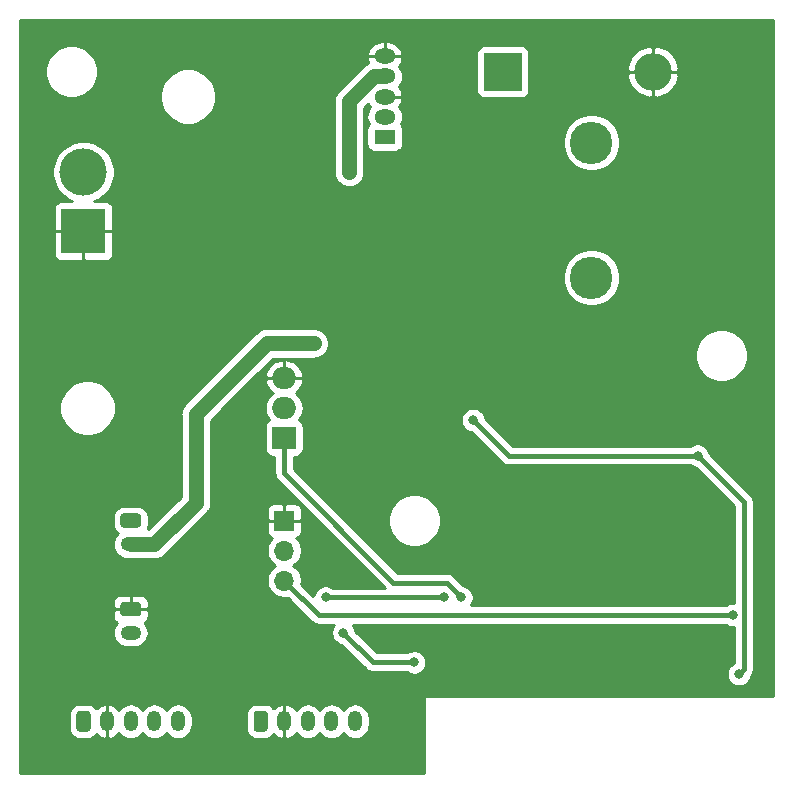
<source format=gbr>
G04 #@! TF.GenerationSoftware,KiCad,Pcbnew,(5.1.10)-1*
G04 #@! TF.CreationDate,2021-09-08T13:47:50+09:00*
G04 #@! TF.ProjectId,driver_v0.3,64726976-6572-45f7-9630-2e332e6b6963,rev?*
G04 #@! TF.SameCoordinates,Original*
G04 #@! TF.FileFunction,Copper,L2,Bot*
G04 #@! TF.FilePolarity,Positive*
%FSLAX46Y46*%
G04 Gerber Fmt 4.6, Leading zero omitted, Abs format (unit mm)*
G04 Created by KiCad (PCBNEW (5.1.10)-1) date 2021-09-08 13:47:50*
%MOMM*%
%LPD*%
G01*
G04 APERTURE LIST*
G04 #@! TA.AperFunction,ComponentPad*
%ADD10O,1.800000X1.275000*%
G04 #@! TD*
G04 #@! TA.AperFunction,ComponentPad*
%ADD11R,1.800000X1.275000*%
G04 #@! TD*
G04 #@! TA.AperFunction,ComponentPad*
%ADD12O,2.000000X1.905000*%
G04 #@! TD*
G04 #@! TA.AperFunction,ComponentPad*
%ADD13R,2.000000X1.905000*%
G04 #@! TD*
G04 #@! TA.AperFunction,ComponentPad*
%ADD14C,3.600000*%
G04 #@! TD*
G04 #@! TA.AperFunction,ComponentPad*
%ADD15O,1.750000X1.200000*%
G04 #@! TD*
G04 #@! TA.AperFunction,ComponentPad*
%ADD16O,1.200000X1.750000*%
G04 #@! TD*
G04 #@! TA.AperFunction,ComponentPad*
%ADD17C,4.000000*%
G04 #@! TD*
G04 #@! TA.AperFunction,ComponentPad*
%ADD18R,3.800000X3.800000*%
G04 #@! TD*
G04 #@! TA.AperFunction,ComponentPad*
%ADD19O,1.700000X1.700000*%
G04 #@! TD*
G04 #@! TA.AperFunction,ComponentPad*
%ADD20R,1.700000X1.700000*%
G04 #@! TD*
G04 #@! TA.AperFunction,ComponentPad*
%ADD21O,3.200000X3.200000*%
G04 #@! TD*
G04 #@! TA.AperFunction,ComponentPad*
%ADD22R,3.200000X3.200000*%
G04 #@! TD*
G04 #@! TA.AperFunction,ViaPad*
%ADD23C,0.800000*%
G04 #@! TD*
G04 #@! TA.AperFunction,ViaPad*
%ADD24C,1.300000*%
G04 #@! TD*
G04 #@! TA.AperFunction,Conductor*
%ADD25C,0.400000*%
G04 #@! TD*
G04 #@! TA.AperFunction,Conductor*
%ADD26C,1.300000*%
G04 #@! TD*
G04 #@! TA.AperFunction,Conductor*
%ADD27C,0.250000*%
G04 #@! TD*
G04 #@! TA.AperFunction,Conductor*
%ADD28C,0.150000*%
G04 #@! TD*
G04 APERTURE END LIST*
D10*
X31500000Y-3700000D03*
X31500000Y-5400000D03*
X31500000Y-7100000D03*
X31500000Y-8800000D03*
D11*
X31500000Y-10500000D03*
D12*
X23000000Y-30920000D03*
X23000000Y-33460000D03*
D13*
X23000000Y-36000000D03*
D14*
X49000000Y-22440000D03*
X49000000Y-11000000D03*
D15*
X10000000Y-45000000D03*
G04 #@! TA.AperFunction,ComponentPad*
G36*
G01*
X9374999Y-42400000D02*
X10625001Y-42400000D01*
G75*
G02*
X10875000Y-42649999I0J-249999D01*
G01*
X10875000Y-43350001D01*
G75*
G02*
X10625001Y-43600000I-249999J0D01*
G01*
X9374999Y-43600000D01*
G75*
G02*
X9125000Y-43350001I0J249999D01*
G01*
X9125000Y-42649999D01*
G75*
G02*
X9374999Y-42400000I249999J0D01*
G01*
G37*
G04 #@! TD.AperFunction*
D16*
X14000000Y-60000000D03*
X12000000Y-60000000D03*
X10000000Y-60000000D03*
X8000000Y-60000000D03*
G04 #@! TA.AperFunction,ComponentPad*
G36*
G01*
X5400000Y-60625001D02*
X5400000Y-59374999D01*
G75*
G02*
X5649999Y-59125000I249999J0D01*
G01*
X6350001Y-59125000D01*
G75*
G02*
X6600000Y-59374999I0J-249999D01*
G01*
X6600000Y-60625001D01*
G75*
G02*
X6350001Y-60875000I-249999J0D01*
G01*
X5649999Y-60875000D01*
G75*
G02*
X5400000Y-60625001I0J249999D01*
G01*
G37*
G04 #@! TD.AperFunction*
D15*
X10000000Y-52500000D03*
G04 #@! TA.AperFunction,ComponentPad*
G36*
G01*
X9374999Y-49900000D02*
X10625001Y-49900000D01*
G75*
G02*
X10875000Y-50149999I0J-249999D01*
G01*
X10875000Y-50850001D01*
G75*
G02*
X10625001Y-51100000I-249999J0D01*
G01*
X9374999Y-51100000D01*
G75*
G02*
X9125000Y-50850001I0J249999D01*
G01*
X9125000Y-50149999D01*
G75*
G02*
X9374999Y-49900000I249999J0D01*
G01*
G37*
G04 #@! TD.AperFunction*
D16*
X29000000Y-60000000D03*
X27000000Y-60000000D03*
X25000000Y-60000000D03*
X23000000Y-60000000D03*
G04 #@! TA.AperFunction,ComponentPad*
G36*
G01*
X20400000Y-60625001D02*
X20400000Y-59374999D01*
G75*
G02*
X20649999Y-59125000I249999J0D01*
G01*
X21350001Y-59125000D01*
G75*
G02*
X21600000Y-59374999I0J-249999D01*
G01*
X21600000Y-60625001D01*
G75*
G02*
X21350001Y-60875000I-249999J0D01*
G01*
X20649999Y-60875000D01*
G75*
G02*
X20400000Y-60625001I0J249999D01*
G01*
G37*
G04 #@! TD.AperFunction*
D17*
X6000000Y-13500000D03*
D18*
X6000000Y-18500000D03*
D19*
X23000000Y-48080000D03*
X23000000Y-45540000D03*
D20*
X23000000Y-43000000D03*
D21*
X54200000Y-5000000D03*
D22*
X41500000Y-5000000D03*
D23*
X36500000Y-49500000D03*
X26500000Y-49500000D03*
D24*
X28500000Y-13500000D03*
X25500000Y-28000000D03*
D23*
X39000000Y-34500000D03*
X58000000Y-37500000D03*
X61500000Y-56000000D03*
X34000000Y-55000000D03*
X28000000Y-52500000D03*
X61000000Y-51000000D03*
X38000000Y-49500000D03*
D25*
X36500000Y-49500000D02*
X26500000Y-49500000D01*
D26*
X31500000Y-5400000D02*
X30600000Y-5400000D01*
X28500000Y-7500000D02*
X28500000Y-13500000D01*
X30600000Y-5400000D02*
X28500000Y-7500000D01*
X10000000Y-45000000D02*
X12000000Y-45000000D01*
X12000000Y-45000000D02*
X15500000Y-41500000D01*
X15500000Y-41500000D02*
X15500000Y-34000000D01*
X15500000Y-34000000D02*
X21500000Y-28000000D01*
X21500000Y-28000000D02*
X25500000Y-28000000D01*
X25500000Y-28000000D02*
X25500000Y-28000000D01*
D25*
X39000000Y-34500000D02*
X42000000Y-37500000D01*
X42000000Y-37500000D02*
X58000000Y-37500000D01*
X58000000Y-37500000D02*
X61500000Y-41000000D01*
X61900001Y-55599999D02*
X61500000Y-56000000D01*
X61900001Y-41400001D02*
X61900001Y-55599999D01*
X61500000Y-41000000D02*
X61900001Y-41400001D01*
X30500000Y-55000000D02*
X28000000Y-52500000D01*
X34000000Y-55000000D02*
X30500000Y-55000000D01*
X23000000Y-48080000D02*
X25920000Y-51000000D01*
X61000000Y-51000000D02*
X25920000Y-51000000D01*
X23000000Y-36000000D02*
X23000000Y-39000000D01*
X32250000Y-48250000D02*
X36750000Y-48250000D01*
X23000000Y-39000000D02*
X32250000Y-48250000D01*
X38000000Y-49500000D02*
X36750000Y-48250000D01*
D27*
X64342001Y-57875000D02*
X35000000Y-57875000D01*
X34975614Y-57877402D01*
X34952165Y-57884515D01*
X34930554Y-57896066D01*
X34911612Y-57911612D01*
X34896066Y-57930554D01*
X34884515Y-57952165D01*
X34877402Y-57975614D01*
X34875000Y-58000000D01*
X34875000Y-64342000D01*
X658000Y-64342000D01*
X658000Y-59374999D01*
X4763938Y-59374999D01*
X4763938Y-60625001D01*
X4780963Y-60797863D01*
X4831385Y-60964082D01*
X4913266Y-61117270D01*
X5023459Y-61251541D01*
X5157730Y-61361734D01*
X5310918Y-61443615D01*
X5477137Y-61494037D01*
X5649999Y-61511062D01*
X6350001Y-61511062D01*
X6522863Y-61494037D01*
X6689082Y-61443615D01*
X6842270Y-61361734D01*
X6976541Y-61251541D01*
X7086734Y-61117270D01*
X7093538Y-61104540D01*
X7129551Y-61148277D01*
X7316644Y-61301313D01*
X7529998Y-61414909D01*
X7761414Y-61484699D01*
X7805141Y-61492505D01*
X7998000Y-61349748D01*
X7998000Y-60002000D01*
X7978000Y-60002000D01*
X7978000Y-59998000D01*
X7998000Y-59998000D01*
X7998000Y-58650252D01*
X8002000Y-58650252D01*
X8002000Y-59998000D01*
X8022000Y-59998000D01*
X8022000Y-60002000D01*
X8002000Y-60002000D01*
X8002000Y-61349748D01*
X8194859Y-61492505D01*
X8238586Y-61484699D01*
X8470002Y-61414909D01*
X8683356Y-61301313D01*
X8870449Y-61148277D01*
X8996242Y-60995504D01*
X9123920Y-61151081D01*
X9311669Y-61305162D01*
X9525870Y-61419654D01*
X9758291Y-61490159D01*
X10000000Y-61513965D01*
X10241710Y-61490159D01*
X10474131Y-61419654D01*
X10688332Y-61305162D01*
X10876081Y-61151081D01*
X11000001Y-61000084D01*
X11123920Y-61151081D01*
X11311669Y-61305162D01*
X11525870Y-61419654D01*
X11758291Y-61490159D01*
X12000000Y-61513965D01*
X12241710Y-61490159D01*
X12474131Y-61419654D01*
X12688332Y-61305162D01*
X12876081Y-61151081D01*
X13000001Y-61000084D01*
X13123920Y-61151081D01*
X13311669Y-61305162D01*
X13525870Y-61419654D01*
X13758291Y-61490159D01*
X14000000Y-61513965D01*
X14241710Y-61490159D01*
X14474131Y-61419654D01*
X14688332Y-61305162D01*
X14876081Y-61151081D01*
X15030162Y-60963332D01*
X15144654Y-60749130D01*
X15215159Y-60516709D01*
X15233000Y-60335564D01*
X15233000Y-59664435D01*
X15215159Y-59483290D01*
X15182309Y-59374999D01*
X19763938Y-59374999D01*
X19763938Y-60625001D01*
X19780963Y-60797863D01*
X19831385Y-60964082D01*
X19913266Y-61117270D01*
X20023459Y-61251541D01*
X20157730Y-61361734D01*
X20310918Y-61443615D01*
X20477137Y-61494037D01*
X20649999Y-61511062D01*
X21350001Y-61511062D01*
X21522863Y-61494037D01*
X21689082Y-61443615D01*
X21842270Y-61361734D01*
X21976541Y-61251541D01*
X22086734Y-61117270D01*
X22093538Y-61104540D01*
X22129551Y-61148277D01*
X22316644Y-61301313D01*
X22529998Y-61414909D01*
X22761414Y-61484699D01*
X22805141Y-61492505D01*
X22998000Y-61349748D01*
X22998000Y-60002000D01*
X22978000Y-60002000D01*
X22978000Y-59998000D01*
X22998000Y-59998000D01*
X22998000Y-58650252D01*
X23002000Y-58650252D01*
X23002000Y-59998000D01*
X23022000Y-59998000D01*
X23022000Y-60002000D01*
X23002000Y-60002000D01*
X23002000Y-61349748D01*
X23194859Y-61492505D01*
X23238586Y-61484699D01*
X23470002Y-61414909D01*
X23683356Y-61301313D01*
X23870449Y-61148277D01*
X23996242Y-60995504D01*
X24123920Y-61151081D01*
X24311669Y-61305162D01*
X24525870Y-61419654D01*
X24758291Y-61490159D01*
X25000000Y-61513965D01*
X25241710Y-61490159D01*
X25474131Y-61419654D01*
X25688332Y-61305162D01*
X25876081Y-61151081D01*
X26000001Y-61000084D01*
X26123920Y-61151081D01*
X26311669Y-61305162D01*
X26525870Y-61419654D01*
X26758291Y-61490159D01*
X27000000Y-61513965D01*
X27241710Y-61490159D01*
X27474131Y-61419654D01*
X27688332Y-61305162D01*
X27876081Y-61151081D01*
X28000001Y-61000084D01*
X28123920Y-61151081D01*
X28311669Y-61305162D01*
X28525870Y-61419654D01*
X28758291Y-61490159D01*
X29000000Y-61513965D01*
X29241710Y-61490159D01*
X29474131Y-61419654D01*
X29688332Y-61305162D01*
X29876081Y-61151081D01*
X30030162Y-60963332D01*
X30144654Y-60749130D01*
X30215159Y-60516709D01*
X30233000Y-60335564D01*
X30233000Y-59664435D01*
X30215159Y-59483290D01*
X30144654Y-59250869D01*
X30030162Y-59036668D01*
X29876081Y-58848919D01*
X29688331Y-58694838D01*
X29474130Y-58580346D01*
X29241709Y-58509841D01*
X29000000Y-58486035D01*
X28758290Y-58509841D01*
X28525869Y-58580346D01*
X28311668Y-58694838D01*
X28123919Y-58848919D01*
X28000000Y-58999916D01*
X27876081Y-58848919D01*
X27688331Y-58694838D01*
X27474130Y-58580346D01*
X27241709Y-58509841D01*
X27000000Y-58486035D01*
X26758290Y-58509841D01*
X26525869Y-58580346D01*
X26311668Y-58694838D01*
X26123919Y-58848919D01*
X26000000Y-58999916D01*
X25876081Y-58848919D01*
X25688331Y-58694838D01*
X25474130Y-58580346D01*
X25241709Y-58509841D01*
X25000000Y-58486035D01*
X24758290Y-58509841D01*
X24525869Y-58580346D01*
X24311668Y-58694838D01*
X24123919Y-58848919D01*
X23996241Y-59004496D01*
X23870449Y-58851723D01*
X23683356Y-58698687D01*
X23470002Y-58585091D01*
X23238586Y-58515301D01*
X23194859Y-58507495D01*
X23002000Y-58650252D01*
X22998000Y-58650252D01*
X22805141Y-58507495D01*
X22761414Y-58515301D01*
X22529998Y-58585091D01*
X22316644Y-58698687D01*
X22129551Y-58851723D01*
X22093538Y-58895460D01*
X22086734Y-58882730D01*
X21976541Y-58748459D01*
X21842270Y-58638266D01*
X21689082Y-58556385D01*
X21522863Y-58505963D01*
X21350001Y-58488938D01*
X20649999Y-58488938D01*
X20477137Y-58505963D01*
X20310918Y-58556385D01*
X20157730Y-58638266D01*
X20023459Y-58748459D01*
X19913266Y-58882730D01*
X19831385Y-59035918D01*
X19780963Y-59202137D01*
X19763938Y-59374999D01*
X15182309Y-59374999D01*
X15144654Y-59250869D01*
X15030162Y-59036668D01*
X14876081Y-58848919D01*
X14688331Y-58694838D01*
X14474130Y-58580346D01*
X14241709Y-58509841D01*
X14000000Y-58486035D01*
X13758290Y-58509841D01*
X13525869Y-58580346D01*
X13311668Y-58694838D01*
X13123919Y-58848919D01*
X13000000Y-58999916D01*
X12876081Y-58848919D01*
X12688331Y-58694838D01*
X12474130Y-58580346D01*
X12241709Y-58509841D01*
X12000000Y-58486035D01*
X11758290Y-58509841D01*
X11525869Y-58580346D01*
X11311668Y-58694838D01*
X11123919Y-58848919D01*
X11000000Y-58999916D01*
X10876081Y-58848919D01*
X10688331Y-58694838D01*
X10474130Y-58580346D01*
X10241709Y-58509841D01*
X10000000Y-58486035D01*
X9758290Y-58509841D01*
X9525869Y-58580346D01*
X9311668Y-58694838D01*
X9123919Y-58848919D01*
X8996241Y-59004496D01*
X8870449Y-58851723D01*
X8683356Y-58698687D01*
X8470002Y-58585091D01*
X8238586Y-58515301D01*
X8194859Y-58507495D01*
X8002000Y-58650252D01*
X7998000Y-58650252D01*
X7805141Y-58507495D01*
X7761414Y-58515301D01*
X7529998Y-58585091D01*
X7316644Y-58698687D01*
X7129551Y-58851723D01*
X7093538Y-58895460D01*
X7086734Y-58882730D01*
X6976541Y-58748459D01*
X6842270Y-58638266D01*
X6689082Y-58556385D01*
X6522863Y-58505963D01*
X6350001Y-58488938D01*
X5649999Y-58488938D01*
X5477137Y-58505963D01*
X5310918Y-58556385D01*
X5157730Y-58638266D01*
X5023459Y-58748459D01*
X4913266Y-58882730D01*
X4831385Y-59035918D01*
X4780963Y-59202137D01*
X4763938Y-59374999D01*
X658000Y-59374999D01*
X658000Y-52500000D01*
X8486035Y-52500000D01*
X8509841Y-52741710D01*
X8580346Y-52974131D01*
X8694838Y-53188332D01*
X8848919Y-53376081D01*
X9036668Y-53530162D01*
X9250869Y-53644654D01*
X9483290Y-53715159D01*
X9664435Y-53733000D01*
X10335565Y-53733000D01*
X10516710Y-53715159D01*
X10749131Y-53644654D01*
X10963332Y-53530162D01*
X11151081Y-53376081D01*
X11305162Y-53188332D01*
X11419654Y-52974131D01*
X11490159Y-52741710D01*
X11513965Y-52500000D01*
X11490159Y-52258290D01*
X11419654Y-52025869D01*
X11305162Y-51811668D01*
X11177472Y-51656077D01*
X11228378Y-51628867D01*
X11324764Y-51549764D01*
X11403867Y-51453378D01*
X11462646Y-51343411D01*
X11498841Y-51224090D01*
X11511063Y-51100000D01*
X11508000Y-50660250D01*
X11349750Y-50502000D01*
X10002000Y-50502000D01*
X10002000Y-50522000D01*
X9998000Y-50522000D01*
X9998000Y-50502000D01*
X8650250Y-50502000D01*
X8492000Y-50660250D01*
X8488937Y-51100000D01*
X8501159Y-51224090D01*
X8537354Y-51343411D01*
X8596133Y-51453378D01*
X8675236Y-51549764D01*
X8771622Y-51628867D01*
X8822528Y-51656077D01*
X8694838Y-51811668D01*
X8580346Y-52025869D01*
X8509841Y-52258290D01*
X8486035Y-52500000D01*
X658000Y-52500000D01*
X658000Y-49900000D01*
X8488937Y-49900000D01*
X8492000Y-50339750D01*
X8650250Y-50498000D01*
X9998000Y-50498000D01*
X9998000Y-49425250D01*
X10002000Y-49425250D01*
X10002000Y-50498000D01*
X11349750Y-50498000D01*
X11508000Y-50339750D01*
X11511063Y-49900000D01*
X11498841Y-49775910D01*
X11462646Y-49656589D01*
X11403867Y-49546622D01*
X11324764Y-49450236D01*
X11228378Y-49371133D01*
X11118411Y-49312354D01*
X10999090Y-49276159D01*
X10875000Y-49263937D01*
X10160250Y-49267000D01*
X10002000Y-49425250D01*
X9998000Y-49425250D01*
X9839750Y-49267000D01*
X9125000Y-49263937D01*
X9000910Y-49276159D01*
X8881589Y-49312354D01*
X8771622Y-49371133D01*
X8675236Y-49450236D01*
X8596133Y-49546622D01*
X8537354Y-49656589D01*
X8501159Y-49775910D01*
X8488937Y-49900000D01*
X658000Y-49900000D01*
X658000Y-45000000D01*
X8486035Y-45000000D01*
X8509841Y-45241710D01*
X8580346Y-45474131D01*
X8694838Y-45688332D01*
X8848919Y-45876081D01*
X9036668Y-46030162D01*
X9250869Y-46144654D01*
X9483290Y-46215159D01*
X9635449Y-46230145D01*
X9748488Y-46264435D01*
X9936980Y-46283000D01*
X11936990Y-46283000D01*
X12000000Y-46289206D01*
X12063010Y-46283000D01*
X12063020Y-46283000D01*
X12251512Y-46264435D01*
X12493358Y-46191072D01*
X12716245Y-46071936D01*
X12911607Y-45911607D01*
X12951784Y-45862651D01*
X16362657Y-42451779D01*
X16411607Y-42411607D01*
X16494240Y-42310918D01*
X16571936Y-42216246D01*
X16607345Y-42150000D01*
X21513937Y-42150000D01*
X21517000Y-42839750D01*
X21675250Y-42998000D01*
X22998000Y-42998000D01*
X22998000Y-41675250D01*
X23002000Y-41675250D01*
X23002000Y-42998000D01*
X24324750Y-42998000D01*
X24483000Y-42839750D01*
X24486063Y-42150000D01*
X24473841Y-42025910D01*
X24437646Y-41906589D01*
X24378867Y-41796622D01*
X24299764Y-41700236D01*
X24203378Y-41621133D01*
X24093411Y-41562354D01*
X23974090Y-41526159D01*
X23850000Y-41513937D01*
X23160250Y-41517000D01*
X23002000Y-41675250D01*
X22998000Y-41675250D01*
X22839750Y-41517000D01*
X22150000Y-41513937D01*
X22025910Y-41526159D01*
X21906589Y-41562354D01*
X21796622Y-41621133D01*
X21700236Y-41700236D01*
X21621133Y-41796622D01*
X21562354Y-41906589D01*
X21526159Y-42025910D01*
X21513937Y-42150000D01*
X16607345Y-42150000D01*
X16636227Y-42095966D01*
X16691072Y-41993358D01*
X16764435Y-41751512D01*
X16783000Y-41563020D01*
X16783000Y-41563011D01*
X16789206Y-41500001D01*
X16783000Y-41436991D01*
X16783000Y-34531435D01*
X17854435Y-33460000D01*
X21359329Y-33460000D01*
X21389941Y-33770812D01*
X21480602Y-34069680D01*
X21627827Y-34345118D01*
X21732539Y-34472711D01*
X21646623Y-34518634D01*
X21550236Y-34597736D01*
X21471134Y-34694123D01*
X21412355Y-34804090D01*
X21376160Y-34923410D01*
X21363938Y-35047500D01*
X21363938Y-36952500D01*
X21376160Y-37076590D01*
X21412355Y-37195910D01*
X21471134Y-37305877D01*
X21550236Y-37402264D01*
X21646623Y-37481366D01*
X21756590Y-37540145D01*
X21875910Y-37576340D01*
X22000000Y-37588562D01*
X22167001Y-37588562D01*
X22167001Y-38959075D01*
X22162970Y-39000000D01*
X22179054Y-39163296D01*
X22226685Y-39320317D01*
X22226686Y-39320318D01*
X22304036Y-39465029D01*
X22408131Y-39591870D01*
X22439916Y-39617956D01*
X31488960Y-48667000D01*
X27112678Y-48667000D01*
X26989309Y-48584567D01*
X26801315Y-48506698D01*
X26601742Y-48467000D01*
X26398258Y-48467000D01*
X26198685Y-48506698D01*
X26010691Y-48584567D01*
X25841501Y-48697617D01*
X25697617Y-48841501D01*
X25584567Y-49010691D01*
X25506698Y-49198685D01*
X25471861Y-49373821D01*
X24456637Y-48358598D01*
X24483000Y-48226063D01*
X24483000Y-47933937D01*
X24426010Y-47647425D01*
X24314218Y-47377536D01*
X24151922Y-47134642D01*
X23945358Y-46928078D01*
X23768641Y-46810000D01*
X23945358Y-46691922D01*
X24151922Y-46485358D01*
X24314218Y-46242464D01*
X24426010Y-45972575D01*
X24483000Y-45686063D01*
X24483000Y-45393937D01*
X24426010Y-45107425D01*
X24314218Y-44837536D01*
X24151922Y-44594642D01*
X24017848Y-44460568D01*
X24093411Y-44437646D01*
X24203378Y-44378867D01*
X24299764Y-44299764D01*
X24378867Y-44203378D01*
X24437646Y-44093411D01*
X24473841Y-43974090D01*
X24486063Y-43850000D01*
X24483000Y-43160250D01*
X24324750Y-43002000D01*
X23002000Y-43002000D01*
X23002000Y-43022000D01*
X22998000Y-43022000D01*
X22998000Y-43002000D01*
X21675250Y-43002000D01*
X21517000Y-43160250D01*
X21513937Y-43850000D01*
X21526159Y-43974090D01*
X21562354Y-44093411D01*
X21621133Y-44203378D01*
X21700236Y-44299764D01*
X21796622Y-44378867D01*
X21906589Y-44437646D01*
X21982152Y-44460568D01*
X21848078Y-44594642D01*
X21685782Y-44837536D01*
X21573990Y-45107425D01*
X21517000Y-45393937D01*
X21517000Y-45686063D01*
X21573990Y-45972575D01*
X21685782Y-46242464D01*
X21848078Y-46485358D01*
X22054642Y-46691922D01*
X22231359Y-46810000D01*
X22054642Y-46928078D01*
X21848078Y-47134642D01*
X21685782Y-47377536D01*
X21573990Y-47647425D01*
X21517000Y-47933937D01*
X21517000Y-48226063D01*
X21573990Y-48512575D01*
X21685782Y-48782464D01*
X21848078Y-49025358D01*
X22054642Y-49231922D01*
X22297536Y-49394218D01*
X22567425Y-49506010D01*
X22853937Y-49563000D01*
X23146063Y-49563000D01*
X23278598Y-49536637D01*
X25302044Y-51560084D01*
X25328130Y-51591870D01*
X25393768Y-51645737D01*
X25454970Y-51695965D01*
X25507123Y-51723841D01*
X25599682Y-51773315D01*
X25678193Y-51797131D01*
X25756703Y-51820947D01*
X25920000Y-51837030D01*
X25960918Y-51833000D01*
X27206118Y-51833000D01*
X27197617Y-51841501D01*
X27084567Y-52010691D01*
X27006698Y-52198685D01*
X26967000Y-52398258D01*
X26967000Y-52601742D01*
X27006698Y-52801315D01*
X27084567Y-52989309D01*
X27197617Y-53158499D01*
X27341501Y-53302383D01*
X27510691Y-53415433D01*
X27698685Y-53493302D01*
X27844210Y-53522249D01*
X29882044Y-55560084D01*
X29908130Y-55591870D01*
X30034971Y-55695965D01*
X30179682Y-55773315D01*
X30336704Y-55820947D01*
X30459082Y-55833000D01*
X30459084Y-55833000D01*
X30500000Y-55837030D01*
X30540915Y-55833000D01*
X33387322Y-55833000D01*
X33510691Y-55915433D01*
X33698685Y-55993302D01*
X33898258Y-56033000D01*
X34101742Y-56033000D01*
X34301315Y-55993302D01*
X34489309Y-55915433D01*
X34658499Y-55802383D01*
X34802383Y-55658499D01*
X34915433Y-55489309D01*
X34993302Y-55301315D01*
X35033000Y-55101742D01*
X35033000Y-54898258D01*
X34993302Y-54698685D01*
X34915433Y-54510691D01*
X34802383Y-54341501D01*
X34658499Y-54197617D01*
X34489309Y-54084567D01*
X34301315Y-54006698D01*
X34101742Y-53967000D01*
X33898258Y-53967000D01*
X33698685Y-54006698D01*
X33510691Y-54084567D01*
X33387322Y-54167000D01*
X30845040Y-54167000D01*
X29022249Y-52344210D01*
X28993302Y-52198685D01*
X28915433Y-52010691D01*
X28802383Y-51841501D01*
X28793882Y-51833000D01*
X60387322Y-51833000D01*
X60510691Y-51915433D01*
X60698685Y-51993302D01*
X60898258Y-52033000D01*
X61067002Y-52033000D01*
X61067002Y-55061242D01*
X61010691Y-55084567D01*
X60841501Y-55197617D01*
X60697617Y-55341501D01*
X60584567Y-55510691D01*
X60506698Y-55698685D01*
X60467000Y-55898258D01*
X60467000Y-56101742D01*
X60506698Y-56301315D01*
X60584567Y-56489309D01*
X60697617Y-56658499D01*
X60841501Y-56802383D01*
X61010691Y-56915433D01*
X61198685Y-56993302D01*
X61398258Y-57033000D01*
X61601742Y-57033000D01*
X61801315Y-56993302D01*
X61989309Y-56915433D01*
X62158499Y-56802383D01*
X62302383Y-56658499D01*
X62415433Y-56489309D01*
X62493302Y-56301315D01*
X62522495Y-56154553D01*
X62595966Y-56065028D01*
X62673316Y-55920317D01*
X62720948Y-55763295D01*
X62733001Y-55640917D01*
X62733001Y-55640915D01*
X62737031Y-55599999D01*
X62733001Y-55559084D01*
X62733001Y-41440916D01*
X62737031Y-41400001D01*
X62733001Y-41359083D01*
X62720948Y-41236705D01*
X62673316Y-41079683D01*
X62595966Y-40934972D01*
X62491871Y-40808131D01*
X62460081Y-40782042D01*
X62117958Y-40439919D01*
X62117953Y-40439913D01*
X59022249Y-37344210D01*
X58993302Y-37198685D01*
X58915433Y-37010691D01*
X58802383Y-36841501D01*
X58658499Y-36697617D01*
X58489309Y-36584567D01*
X58301315Y-36506698D01*
X58101742Y-36467000D01*
X57898258Y-36467000D01*
X57698685Y-36506698D01*
X57510691Y-36584567D01*
X57387322Y-36667000D01*
X42345040Y-36667000D01*
X40022249Y-34344210D01*
X39993302Y-34198685D01*
X39915433Y-34010691D01*
X39802383Y-33841501D01*
X39658499Y-33697617D01*
X39489309Y-33584567D01*
X39301315Y-33506698D01*
X39101742Y-33467000D01*
X38898258Y-33467000D01*
X38698685Y-33506698D01*
X38510691Y-33584567D01*
X38341501Y-33697617D01*
X38197617Y-33841501D01*
X38084567Y-34010691D01*
X38006698Y-34198685D01*
X37967000Y-34398258D01*
X37967000Y-34601742D01*
X38006698Y-34801315D01*
X38084567Y-34989309D01*
X38197617Y-35158499D01*
X38341501Y-35302383D01*
X38510691Y-35415433D01*
X38698685Y-35493302D01*
X38844210Y-35522249D01*
X41382044Y-38060084D01*
X41408130Y-38091870D01*
X41473768Y-38145737D01*
X41534970Y-38195965D01*
X41679682Y-38273315D01*
X41836704Y-38320947D01*
X41959082Y-38333000D01*
X41959084Y-38333000D01*
X42000000Y-38337030D01*
X42040915Y-38333000D01*
X57387322Y-38333000D01*
X57510691Y-38415433D01*
X57698685Y-38493302D01*
X57844210Y-38522249D01*
X60939913Y-41617953D01*
X60939919Y-41617958D01*
X61067001Y-41745040D01*
X61067002Y-49967000D01*
X60898258Y-49967000D01*
X60698685Y-50006698D01*
X60510691Y-50084567D01*
X60387322Y-50167000D01*
X38793882Y-50167000D01*
X38802383Y-50158499D01*
X38915433Y-49989309D01*
X38993302Y-49801315D01*
X39033000Y-49601742D01*
X39033000Y-49398258D01*
X38993302Y-49198685D01*
X38915433Y-49010691D01*
X38802383Y-48841501D01*
X38658499Y-48697617D01*
X38489309Y-48584567D01*
X38301315Y-48506698D01*
X38155791Y-48477751D01*
X37367960Y-47689921D01*
X37341870Y-47658130D01*
X37215029Y-47554035D01*
X37070318Y-47476685D01*
X36913296Y-47429053D01*
X36790918Y-47417000D01*
X36790915Y-47417000D01*
X36750000Y-47412970D01*
X36709085Y-47417000D01*
X32595040Y-47417000D01*
X27958109Y-42780069D01*
X31767000Y-42780069D01*
X31767000Y-43219931D01*
X31852812Y-43651342D01*
X32021141Y-44057722D01*
X32265515Y-44423455D01*
X32576545Y-44734485D01*
X32942278Y-44978859D01*
X33348658Y-45147188D01*
X33780069Y-45233000D01*
X34219931Y-45233000D01*
X34651342Y-45147188D01*
X35057722Y-44978859D01*
X35423455Y-44734485D01*
X35734485Y-44423455D01*
X35978859Y-44057722D01*
X36147188Y-43651342D01*
X36233000Y-43219931D01*
X36233000Y-42780069D01*
X36147188Y-42348658D01*
X35978859Y-41942278D01*
X35734485Y-41576545D01*
X35423455Y-41265515D01*
X35057722Y-41021141D01*
X34651342Y-40852812D01*
X34219931Y-40767000D01*
X33780069Y-40767000D01*
X33348658Y-40852812D01*
X32942278Y-41021141D01*
X32576545Y-41265515D01*
X32265515Y-41576545D01*
X32021141Y-41942278D01*
X31852812Y-42348658D01*
X31767000Y-42780069D01*
X27958109Y-42780069D01*
X23833000Y-38654961D01*
X23833000Y-37588562D01*
X24000000Y-37588562D01*
X24124090Y-37576340D01*
X24243410Y-37540145D01*
X24353377Y-37481366D01*
X24449764Y-37402264D01*
X24528866Y-37305877D01*
X24587645Y-37195910D01*
X24623840Y-37076590D01*
X24636062Y-36952500D01*
X24636062Y-35047500D01*
X24623840Y-34923410D01*
X24587645Y-34804090D01*
X24528866Y-34694123D01*
X24449764Y-34597736D01*
X24353377Y-34518634D01*
X24267461Y-34472711D01*
X24372173Y-34345118D01*
X24519398Y-34069680D01*
X24610059Y-33770812D01*
X24640671Y-33460000D01*
X24610059Y-33149188D01*
X24519398Y-32850320D01*
X24372173Y-32574882D01*
X24174042Y-32333458D01*
X23993294Y-32185122D01*
X24170031Y-32039704D01*
X24366905Y-31799194D01*
X24513075Y-31524897D01*
X24602924Y-31227355D01*
X24613166Y-31170002D01*
X24474749Y-30922000D01*
X23002000Y-30922000D01*
X23002000Y-30942000D01*
X22998000Y-30942000D01*
X22998000Y-30922000D01*
X21525251Y-30922000D01*
X21386834Y-31170002D01*
X21397076Y-31227355D01*
X21486925Y-31524897D01*
X21633095Y-31799194D01*
X21829969Y-32039704D01*
X22006706Y-32185122D01*
X21825958Y-32333458D01*
X21627827Y-32574882D01*
X21480602Y-32850320D01*
X21389941Y-33149188D01*
X21359329Y-33460000D01*
X17854435Y-33460000D01*
X20644437Y-30669998D01*
X21386834Y-30669998D01*
X21525251Y-30918000D01*
X22998000Y-30918000D01*
X22998000Y-29334500D01*
X23002000Y-29334500D01*
X23002000Y-30918000D01*
X24474749Y-30918000D01*
X24613166Y-30669998D01*
X24602924Y-30612645D01*
X24513075Y-30315103D01*
X24366905Y-30040806D01*
X24170031Y-29800296D01*
X23930019Y-29602816D01*
X23656092Y-29455954D01*
X23358777Y-29365355D01*
X23049500Y-29334500D01*
X23002000Y-29334500D01*
X22998000Y-29334500D01*
X22950500Y-29334500D01*
X22641223Y-29365355D01*
X22343908Y-29455954D01*
X22069981Y-29602816D01*
X21829969Y-29800296D01*
X21633095Y-30040806D01*
X21486925Y-30315103D01*
X21397076Y-30612645D01*
X21386834Y-30669998D01*
X20644437Y-30669998D01*
X22031436Y-29283000D01*
X25626364Y-29283000D01*
X25688492Y-29270642D01*
X25751512Y-29264435D01*
X25812110Y-29246053D01*
X25874237Y-29233695D01*
X25932759Y-29209455D01*
X25993358Y-29191072D01*
X26049206Y-29161221D01*
X26107728Y-29136980D01*
X26160399Y-29101787D01*
X26216245Y-29071936D01*
X26265195Y-29031764D01*
X26317865Y-28996571D01*
X26362656Y-28951780D01*
X26411607Y-28911607D01*
X26451780Y-28862656D01*
X26496571Y-28817865D01*
X26521825Y-28780069D01*
X57767000Y-28780069D01*
X57767000Y-29219931D01*
X57852812Y-29651342D01*
X58021141Y-30057722D01*
X58265515Y-30423455D01*
X58576545Y-30734485D01*
X58942278Y-30978859D01*
X59348658Y-31147188D01*
X59780069Y-31233000D01*
X60219931Y-31233000D01*
X60651342Y-31147188D01*
X61057722Y-30978859D01*
X61423455Y-30734485D01*
X61734485Y-30423455D01*
X61978859Y-30057722D01*
X62147188Y-29651342D01*
X62233000Y-29219931D01*
X62233000Y-28780069D01*
X62147188Y-28348658D01*
X61978859Y-27942278D01*
X61734485Y-27576545D01*
X61423455Y-27265515D01*
X61057722Y-27021141D01*
X60651342Y-26852812D01*
X60219931Y-26767000D01*
X59780069Y-26767000D01*
X59348658Y-26852812D01*
X58942278Y-27021141D01*
X58576545Y-27265515D01*
X58265515Y-27576545D01*
X58021141Y-27942278D01*
X57852812Y-28348658D01*
X57767000Y-28780069D01*
X26521825Y-28780069D01*
X26531764Y-28765195D01*
X26571936Y-28716245D01*
X26601787Y-28660399D01*
X26636980Y-28607728D01*
X26661221Y-28549206D01*
X26691072Y-28493358D01*
X26709455Y-28432759D01*
X26733695Y-28374237D01*
X26746053Y-28312110D01*
X26764435Y-28251512D01*
X26770642Y-28188492D01*
X26783000Y-28126364D01*
X26783000Y-28063020D01*
X26789207Y-28000000D01*
X26783000Y-27936980D01*
X26783000Y-27873636D01*
X26770642Y-27811508D01*
X26764435Y-27748488D01*
X26746053Y-27687890D01*
X26733695Y-27625763D01*
X26709455Y-27567241D01*
X26691072Y-27506642D01*
X26661221Y-27450794D01*
X26636980Y-27392272D01*
X26601787Y-27339601D01*
X26571936Y-27283755D01*
X26531764Y-27234805D01*
X26496571Y-27182135D01*
X26451780Y-27137344D01*
X26411607Y-27088393D01*
X26362656Y-27048220D01*
X26317865Y-27003429D01*
X26265195Y-26968236D01*
X26216245Y-26928064D01*
X26160399Y-26898213D01*
X26107728Y-26863020D01*
X26049206Y-26838779D01*
X25993358Y-26808928D01*
X25932759Y-26790545D01*
X25874237Y-26766305D01*
X25812110Y-26753947D01*
X25751512Y-26735565D01*
X25688492Y-26729358D01*
X25626364Y-26717000D01*
X21563009Y-26717000D01*
X21499999Y-26710794D01*
X21436989Y-26717000D01*
X21436980Y-26717000D01*
X21248488Y-26735565D01*
X21006642Y-26808928D01*
X20783755Y-26928064D01*
X20588393Y-27088393D01*
X20548220Y-27137344D01*
X14637345Y-33048220D01*
X14588394Y-33088393D01*
X14428065Y-33283755D01*
X14308929Y-33506642D01*
X14235566Y-33748488D01*
X14219842Y-33908131D01*
X14210794Y-34000000D01*
X14217001Y-34063020D01*
X14217000Y-40968564D01*
X11468565Y-43717000D01*
X11428692Y-43717000D01*
X11443615Y-43689082D01*
X11494037Y-43522863D01*
X11511062Y-43350001D01*
X11511062Y-42649999D01*
X11494037Y-42477137D01*
X11443615Y-42310918D01*
X11361734Y-42157730D01*
X11251541Y-42023459D01*
X11117270Y-41913266D01*
X10964082Y-41831385D01*
X10797863Y-41780963D01*
X10625001Y-41763938D01*
X9374999Y-41763938D01*
X9202137Y-41780963D01*
X9035918Y-41831385D01*
X8882730Y-41913266D01*
X8748459Y-42023459D01*
X8638266Y-42157730D01*
X8556385Y-42310918D01*
X8505963Y-42477137D01*
X8488938Y-42649999D01*
X8488938Y-43350001D01*
X8505963Y-43522863D01*
X8556385Y-43689082D01*
X8638266Y-43842270D01*
X8748459Y-43976541D01*
X8882730Y-44086734D01*
X8889694Y-44090456D01*
X8848919Y-44123919D01*
X8694838Y-44311668D01*
X8580346Y-44525869D01*
X8509841Y-44758290D01*
X8486035Y-45000000D01*
X658000Y-45000000D01*
X658000Y-33225295D01*
X3957000Y-33225295D01*
X3957000Y-33694705D01*
X4048578Y-34155095D01*
X4228213Y-34588774D01*
X4489003Y-34979074D01*
X4820926Y-35310997D01*
X5211226Y-35571787D01*
X5644905Y-35751422D01*
X6105295Y-35843000D01*
X6574705Y-35843000D01*
X7035095Y-35751422D01*
X7468774Y-35571787D01*
X7859074Y-35310997D01*
X8190997Y-34979074D01*
X8451787Y-34588774D01*
X8631422Y-34155095D01*
X8723000Y-33694705D01*
X8723000Y-33225295D01*
X8631422Y-32764905D01*
X8451787Y-32331226D01*
X8190997Y-31940926D01*
X7859074Y-31609003D01*
X7468774Y-31348213D01*
X7035095Y-31168578D01*
X6574705Y-31077000D01*
X6105295Y-31077000D01*
X5644905Y-31168578D01*
X5211226Y-31348213D01*
X4820926Y-31609003D01*
X4489003Y-31940926D01*
X4228213Y-32331226D01*
X4048578Y-32764905D01*
X3957000Y-33225295D01*
X658000Y-33225295D01*
X658000Y-22200370D01*
X46567000Y-22200370D01*
X46567000Y-22679630D01*
X46660499Y-23149680D01*
X46843904Y-23592458D01*
X47110166Y-23990947D01*
X47449053Y-24329834D01*
X47847542Y-24596096D01*
X48290320Y-24779501D01*
X48760370Y-24873000D01*
X49239630Y-24873000D01*
X49709680Y-24779501D01*
X50152458Y-24596096D01*
X50550947Y-24329834D01*
X50889834Y-23990947D01*
X51156096Y-23592458D01*
X51339501Y-23149680D01*
X51433000Y-22679630D01*
X51433000Y-22200370D01*
X51339501Y-21730320D01*
X51156096Y-21287542D01*
X50889834Y-20889053D01*
X50550947Y-20550166D01*
X50152458Y-20283904D01*
X49709680Y-20100499D01*
X49239630Y-20007000D01*
X48760370Y-20007000D01*
X48290320Y-20100499D01*
X47847542Y-20283904D01*
X47449053Y-20550166D01*
X47110166Y-20889053D01*
X46843904Y-21287542D01*
X46660499Y-21730320D01*
X46567000Y-22200370D01*
X658000Y-22200370D01*
X658000Y-20400000D01*
X3463937Y-20400000D01*
X3476159Y-20524090D01*
X3512354Y-20643411D01*
X3571133Y-20753378D01*
X3650236Y-20849764D01*
X3746622Y-20928867D01*
X3856589Y-20987646D01*
X3975910Y-21023841D01*
X4100000Y-21036063D01*
X5839750Y-21033000D01*
X5998000Y-20874750D01*
X5998000Y-18502000D01*
X6002000Y-18502000D01*
X6002000Y-20874750D01*
X6160250Y-21033000D01*
X7900000Y-21036063D01*
X8024090Y-21023841D01*
X8143411Y-20987646D01*
X8253378Y-20928867D01*
X8349764Y-20849764D01*
X8428867Y-20753378D01*
X8487646Y-20643411D01*
X8523841Y-20524090D01*
X8536063Y-20400000D01*
X8533000Y-18660250D01*
X8374750Y-18502000D01*
X6002000Y-18502000D01*
X5998000Y-18502000D01*
X3625250Y-18502000D01*
X3467000Y-18660250D01*
X3463937Y-20400000D01*
X658000Y-20400000D01*
X658000Y-13240672D01*
X3367000Y-13240672D01*
X3367000Y-13759328D01*
X3468185Y-14268018D01*
X3666666Y-14747193D01*
X3954815Y-15178440D01*
X4321560Y-15545185D01*
X4752807Y-15833334D01*
X5072243Y-15965649D01*
X4100000Y-15963937D01*
X3975910Y-15976159D01*
X3856589Y-16012354D01*
X3746622Y-16071133D01*
X3650236Y-16150236D01*
X3571133Y-16246622D01*
X3512354Y-16356589D01*
X3476159Y-16475910D01*
X3463937Y-16600000D01*
X3467000Y-18339750D01*
X3625250Y-18498000D01*
X5998000Y-18498000D01*
X5998000Y-18478000D01*
X6002000Y-18478000D01*
X6002000Y-18498000D01*
X8374750Y-18498000D01*
X8533000Y-18339750D01*
X8536063Y-16600000D01*
X8523841Y-16475910D01*
X8487646Y-16356589D01*
X8428867Y-16246622D01*
X8349764Y-16150236D01*
X8253378Y-16071133D01*
X8143411Y-16012354D01*
X8024090Y-15976159D01*
X7900000Y-15963937D01*
X6927757Y-15965649D01*
X7247193Y-15833334D01*
X7678440Y-15545185D01*
X8045185Y-15178440D01*
X8333334Y-14747193D01*
X8531815Y-14268018D01*
X8633000Y-13759328D01*
X8633000Y-13240672D01*
X8531815Y-12731982D01*
X8333334Y-12252807D01*
X8045185Y-11821560D01*
X7678440Y-11454815D01*
X7247193Y-11166666D01*
X6768018Y-10968185D01*
X6259328Y-10867000D01*
X5740672Y-10867000D01*
X5231982Y-10968185D01*
X4752807Y-11166666D01*
X4321560Y-11454815D01*
X3954815Y-11821560D01*
X3666666Y-12252807D01*
X3468185Y-12731982D01*
X3367000Y-13240672D01*
X658000Y-13240672D01*
X658000Y-4780069D01*
X2767000Y-4780069D01*
X2767000Y-5219931D01*
X2852812Y-5651342D01*
X3021141Y-6057722D01*
X3265515Y-6423455D01*
X3576545Y-6734485D01*
X3942278Y-6978859D01*
X4348658Y-7147188D01*
X4780069Y-7233000D01*
X5219931Y-7233000D01*
X5651342Y-7147188D01*
X6057722Y-6978859D01*
X6227683Y-6865295D01*
X12457000Y-6865295D01*
X12457000Y-7334705D01*
X12548578Y-7795095D01*
X12728213Y-8228774D01*
X12989003Y-8619074D01*
X13320926Y-8950997D01*
X13711226Y-9211787D01*
X14144905Y-9391422D01*
X14605295Y-9483000D01*
X15074705Y-9483000D01*
X15535095Y-9391422D01*
X15968774Y-9211787D01*
X16359074Y-8950997D01*
X16690997Y-8619074D01*
X16951787Y-8228774D01*
X17131422Y-7795095D01*
X17190120Y-7500000D01*
X27210794Y-7500000D01*
X27217000Y-7563010D01*
X27217001Y-13373631D01*
X27217000Y-13373636D01*
X27217000Y-13626364D01*
X27229360Y-13688502D01*
X27235566Y-13751512D01*
X27253945Y-13812101D01*
X27266305Y-13874237D01*
X27290549Y-13932768D01*
X27308929Y-13993358D01*
X27338776Y-14049197D01*
X27363020Y-14107728D01*
X27398218Y-14160406D01*
X27428065Y-14216245D01*
X27468231Y-14265188D01*
X27503429Y-14317865D01*
X27548226Y-14362662D01*
X27588394Y-14411607D01*
X27637339Y-14451775D01*
X27682135Y-14496571D01*
X27734811Y-14531768D01*
X27783756Y-14571936D01*
X27839597Y-14601784D01*
X27892272Y-14636980D01*
X27950799Y-14661223D01*
X28006643Y-14691072D01*
X28067239Y-14709453D01*
X28125763Y-14733695D01*
X28187893Y-14746053D01*
X28248489Y-14764435D01*
X28311507Y-14770642D01*
X28373636Y-14783000D01*
X28436980Y-14783000D01*
X28500000Y-14789207D01*
X28563020Y-14783000D01*
X28626364Y-14783000D01*
X28688492Y-14770642D01*
X28751512Y-14764435D01*
X28812110Y-14746053D01*
X28874237Y-14733695D01*
X28932759Y-14709455D01*
X28993358Y-14691072D01*
X29049206Y-14661221D01*
X29107728Y-14636980D01*
X29160399Y-14601787D01*
X29216245Y-14571936D01*
X29265195Y-14531764D01*
X29317865Y-14496571D01*
X29362656Y-14451780D01*
X29411607Y-14411607D01*
X29451780Y-14362656D01*
X29496571Y-14317865D01*
X29531764Y-14265195D01*
X29571936Y-14216245D01*
X29601787Y-14160399D01*
X29636980Y-14107728D01*
X29661221Y-14049206D01*
X29691072Y-13993358D01*
X29709455Y-13932759D01*
X29733695Y-13874237D01*
X29746053Y-13812110D01*
X29764435Y-13751512D01*
X29770642Y-13688492D01*
X29783000Y-13626364D01*
X29783000Y-8031435D01*
X30121021Y-7693415D01*
X30180007Y-7804189D01*
X30295401Y-7945250D01*
X30176007Y-8090733D01*
X30058032Y-8311448D01*
X29985383Y-8550939D01*
X29960853Y-8800000D01*
X29985383Y-9049061D01*
X30058032Y-9288552D01*
X30134596Y-9431793D01*
X30071134Y-9509123D01*
X30012355Y-9619090D01*
X29976160Y-9738410D01*
X29963938Y-9862500D01*
X29963938Y-11137500D01*
X29976160Y-11261590D01*
X30012355Y-11380910D01*
X30071134Y-11490877D01*
X30150236Y-11587264D01*
X30246623Y-11666366D01*
X30356590Y-11725145D01*
X30475910Y-11761340D01*
X30600000Y-11773562D01*
X32400000Y-11773562D01*
X32524090Y-11761340D01*
X32643410Y-11725145D01*
X32753377Y-11666366D01*
X32849764Y-11587264D01*
X32928866Y-11490877D01*
X32987645Y-11380910D01*
X33023840Y-11261590D01*
X33036062Y-11137500D01*
X33036062Y-10760370D01*
X46567000Y-10760370D01*
X46567000Y-11239630D01*
X46660499Y-11709680D01*
X46843904Y-12152458D01*
X47110166Y-12550947D01*
X47449053Y-12889834D01*
X47847542Y-13156096D01*
X48290320Y-13339501D01*
X48760370Y-13433000D01*
X49239630Y-13433000D01*
X49709680Y-13339501D01*
X50152458Y-13156096D01*
X50550947Y-12889834D01*
X50889834Y-12550947D01*
X51156096Y-12152458D01*
X51339501Y-11709680D01*
X51433000Y-11239630D01*
X51433000Y-10760370D01*
X51339501Y-10290320D01*
X51156096Y-9847542D01*
X50889834Y-9449053D01*
X50550947Y-9110166D01*
X50152458Y-8843904D01*
X49709680Y-8660499D01*
X49239630Y-8567000D01*
X48760370Y-8567000D01*
X48290320Y-8660499D01*
X47847542Y-8843904D01*
X47449053Y-9110166D01*
X47110166Y-9449053D01*
X46843904Y-9847542D01*
X46660499Y-10290320D01*
X46567000Y-10760370D01*
X33036062Y-10760370D01*
X33036062Y-9862500D01*
X33023840Y-9738410D01*
X32987645Y-9619090D01*
X32928866Y-9509123D01*
X32865404Y-9431793D01*
X32941968Y-9288552D01*
X33014617Y-9049061D01*
X33039147Y-8800000D01*
X33014617Y-8550939D01*
X32941968Y-8311448D01*
X32823993Y-8090733D01*
X32704599Y-7945250D01*
X32819993Y-7804189D01*
X32937054Y-7584352D01*
X33008978Y-7345901D01*
X33017043Y-7300725D01*
X32874748Y-7102000D01*
X31502000Y-7102000D01*
X31502000Y-7122000D01*
X31498000Y-7122000D01*
X31498000Y-7102000D01*
X31478000Y-7102000D01*
X31478000Y-7098000D01*
X31498000Y-7098000D01*
X31498000Y-7078000D01*
X31502000Y-7078000D01*
X31502000Y-7098000D01*
X32874748Y-7098000D01*
X33017043Y-6899275D01*
X33008978Y-6854099D01*
X32937054Y-6615648D01*
X32819993Y-6395811D01*
X32704599Y-6254750D01*
X32823993Y-6109267D01*
X32941968Y-5888552D01*
X33014617Y-5649061D01*
X33039147Y-5400000D01*
X33014617Y-5150939D01*
X32941968Y-4911448D01*
X32823993Y-4690733D01*
X32704599Y-4545250D01*
X32819993Y-4404189D01*
X32937054Y-4184352D01*
X33008978Y-3945901D01*
X33017043Y-3900725D01*
X32874748Y-3702000D01*
X31502000Y-3702000D01*
X31502000Y-3722000D01*
X31498000Y-3722000D01*
X31498000Y-3702000D01*
X30125252Y-3702000D01*
X29982957Y-3900725D01*
X29991022Y-3945901D01*
X30062946Y-4184352D01*
X30082815Y-4221664D01*
X29883754Y-4328064D01*
X29790996Y-4404189D01*
X29688393Y-4488393D01*
X29648220Y-4537344D01*
X27637349Y-6548216D01*
X27588393Y-6588393D01*
X27428064Y-6783756D01*
X27308928Y-7006643D01*
X27235565Y-7248489D01*
X27217000Y-7436981D01*
X27217000Y-7436990D01*
X27210794Y-7500000D01*
X17190120Y-7500000D01*
X17223000Y-7334705D01*
X17223000Y-6865295D01*
X17131422Y-6404905D01*
X16951787Y-5971226D01*
X16690997Y-5580926D01*
X16359074Y-5249003D01*
X15968774Y-4988213D01*
X15535095Y-4808578D01*
X15074705Y-4717000D01*
X14605295Y-4717000D01*
X14144905Y-4808578D01*
X13711226Y-4988213D01*
X13320926Y-5249003D01*
X12989003Y-5580926D01*
X12728213Y-5971226D01*
X12548578Y-6404905D01*
X12457000Y-6865295D01*
X6227683Y-6865295D01*
X6423455Y-6734485D01*
X6734485Y-6423455D01*
X6978859Y-6057722D01*
X7147188Y-5651342D01*
X7233000Y-5219931D01*
X7233000Y-4780069D01*
X7147188Y-4348658D01*
X6978859Y-3942278D01*
X6734485Y-3576545D01*
X6657215Y-3499275D01*
X29982957Y-3499275D01*
X30125252Y-3698000D01*
X31498000Y-3698000D01*
X31498000Y-2429500D01*
X31502000Y-2429500D01*
X31502000Y-3698000D01*
X32874748Y-3698000D01*
X33017043Y-3499275D01*
X33008978Y-3454099D01*
X32992661Y-3400000D01*
X39263938Y-3400000D01*
X39263938Y-6600000D01*
X39276160Y-6724090D01*
X39312355Y-6843410D01*
X39371134Y-6953377D01*
X39450236Y-7049764D01*
X39546623Y-7128866D01*
X39656590Y-7187645D01*
X39775910Y-7223840D01*
X39900000Y-7236062D01*
X43100000Y-7236062D01*
X43224090Y-7223840D01*
X43343410Y-7187645D01*
X43453377Y-7128866D01*
X43549764Y-7049764D01*
X43628866Y-6953377D01*
X43687645Y-6843410D01*
X43723840Y-6724090D01*
X43736062Y-6600000D01*
X43736062Y-5351293D01*
X51994806Y-5351293D01*
X52028232Y-5519339D01*
X52171280Y-5933051D01*
X52392290Y-6310906D01*
X52682770Y-6638384D01*
X53031556Y-6902900D01*
X53425245Y-7094288D01*
X53848707Y-7205194D01*
X54198000Y-7074749D01*
X54198000Y-5002000D01*
X54202000Y-5002000D01*
X54202000Y-7074749D01*
X54551293Y-7205194D01*
X54974755Y-7094288D01*
X55368444Y-6902900D01*
X55717230Y-6638384D01*
X56007710Y-6310906D01*
X56228720Y-5933051D01*
X56371768Y-5519339D01*
X56405194Y-5351293D01*
X56274749Y-5002000D01*
X54202000Y-5002000D01*
X54198000Y-5002000D01*
X52125251Y-5002000D01*
X51994806Y-5351293D01*
X43736062Y-5351293D01*
X43736062Y-4648707D01*
X51994806Y-4648707D01*
X52125251Y-4998000D01*
X54198000Y-4998000D01*
X54198000Y-2925251D01*
X54202000Y-2925251D01*
X54202000Y-4998000D01*
X56274749Y-4998000D01*
X56405194Y-4648707D01*
X56371768Y-4480661D01*
X56228720Y-4066949D01*
X56007710Y-3689094D01*
X55717230Y-3361616D01*
X55368444Y-3097100D01*
X54974755Y-2905712D01*
X54551293Y-2794806D01*
X54202000Y-2925251D01*
X54198000Y-2925251D01*
X53848707Y-2794806D01*
X53425245Y-2905712D01*
X53031556Y-3097100D01*
X52682770Y-3361616D01*
X52392290Y-3689094D01*
X52171280Y-4066949D01*
X52028232Y-4480661D01*
X51994806Y-4648707D01*
X43736062Y-4648707D01*
X43736062Y-3400000D01*
X43723840Y-3275910D01*
X43687645Y-3156590D01*
X43628866Y-3046623D01*
X43549764Y-2950236D01*
X43453377Y-2871134D01*
X43343410Y-2812355D01*
X43224090Y-2776160D01*
X43100000Y-2763938D01*
X39900000Y-2763938D01*
X39775910Y-2776160D01*
X39656590Y-2812355D01*
X39546623Y-2871134D01*
X39450236Y-2950236D01*
X39371134Y-3046623D01*
X39312355Y-3156590D01*
X39276160Y-3275910D01*
X39263938Y-3400000D01*
X32992661Y-3400000D01*
X32937054Y-3215648D01*
X32819993Y-2995811D01*
X32662293Y-2803035D01*
X32470015Y-2644729D01*
X32250547Y-2526976D01*
X32012324Y-2454302D01*
X31764500Y-2429500D01*
X31502000Y-2429500D01*
X31498000Y-2429500D01*
X31235500Y-2429500D01*
X30987676Y-2454302D01*
X30749453Y-2526976D01*
X30529985Y-2644729D01*
X30337707Y-2803035D01*
X30180007Y-2995811D01*
X30062946Y-3215648D01*
X29991022Y-3454099D01*
X29982957Y-3499275D01*
X6657215Y-3499275D01*
X6423455Y-3265515D01*
X6057722Y-3021141D01*
X5651342Y-2852812D01*
X5219931Y-2767000D01*
X4780069Y-2767000D01*
X4348658Y-2852812D01*
X3942278Y-3021141D01*
X3576545Y-3265515D01*
X3265515Y-3576545D01*
X3021141Y-3942278D01*
X2852812Y-4348658D01*
X2767000Y-4780069D01*
X658000Y-4780069D01*
X658000Y-658000D01*
X64342000Y-658000D01*
X64342001Y-57875000D01*
G04 #@! TA.AperFunction,Conductor*
D28*
G36*
X64342001Y-57875000D02*
G01*
X35000000Y-57875000D01*
X34975614Y-57877402D01*
X34952165Y-57884515D01*
X34930554Y-57896066D01*
X34911612Y-57911612D01*
X34896066Y-57930554D01*
X34884515Y-57952165D01*
X34877402Y-57975614D01*
X34875000Y-58000000D01*
X34875000Y-64342000D01*
X658000Y-64342000D01*
X658000Y-59374999D01*
X4763938Y-59374999D01*
X4763938Y-60625001D01*
X4780963Y-60797863D01*
X4831385Y-60964082D01*
X4913266Y-61117270D01*
X5023459Y-61251541D01*
X5157730Y-61361734D01*
X5310918Y-61443615D01*
X5477137Y-61494037D01*
X5649999Y-61511062D01*
X6350001Y-61511062D01*
X6522863Y-61494037D01*
X6689082Y-61443615D01*
X6842270Y-61361734D01*
X6976541Y-61251541D01*
X7086734Y-61117270D01*
X7093538Y-61104540D01*
X7129551Y-61148277D01*
X7316644Y-61301313D01*
X7529998Y-61414909D01*
X7761414Y-61484699D01*
X7805141Y-61492505D01*
X7998000Y-61349748D01*
X7998000Y-60002000D01*
X7978000Y-60002000D01*
X7978000Y-59998000D01*
X7998000Y-59998000D01*
X7998000Y-58650252D01*
X8002000Y-58650252D01*
X8002000Y-59998000D01*
X8022000Y-59998000D01*
X8022000Y-60002000D01*
X8002000Y-60002000D01*
X8002000Y-61349748D01*
X8194859Y-61492505D01*
X8238586Y-61484699D01*
X8470002Y-61414909D01*
X8683356Y-61301313D01*
X8870449Y-61148277D01*
X8996242Y-60995504D01*
X9123920Y-61151081D01*
X9311669Y-61305162D01*
X9525870Y-61419654D01*
X9758291Y-61490159D01*
X10000000Y-61513965D01*
X10241710Y-61490159D01*
X10474131Y-61419654D01*
X10688332Y-61305162D01*
X10876081Y-61151081D01*
X11000001Y-61000084D01*
X11123920Y-61151081D01*
X11311669Y-61305162D01*
X11525870Y-61419654D01*
X11758291Y-61490159D01*
X12000000Y-61513965D01*
X12241710Y-61490159D01*
X12474131Y-61419654D01*
X12688332Y-61305162D01*
X12876081Y-61151081D01*
X13000001Y-61000084D01*
X13123920Y-61151081D01*
X13311669Y-61305162D01*
X13525870Y-61419654D01*
X13758291Y-61490159D01*
X14000000Y-61513965D01*
X14241710Y-61490159D01*
X14474131Y-61419654D01*
X14688332Y-61305162D01*
X14876081Y-61151081D01*
X15030162Y-60963332D01*
X15144654Y-60749130D01*
X15215159Y-60516709D01*
X15233000Y-60335564D01*
X15233000Y-59664435D01*
X15215159Y-59483290D01*
X15182309Y-59374999D01*
X19763938Y-59374999D01*
X19763938Y-60625001D01*
X19780963Y-60797863D01*
X19831385Y-60964082D01*
X19913266Y-61117270D01*
X20023459Y-61251541D01*
X20157730Y-61361734D01*
X20310918Y-61443615D01*
X20477137Y-61494037D01*
X20649999Y-61511062D01*
X21350001Y-61511062D01*
X21522863Y-61494037D01*
X21689082Y-61443615D01*
X21842270Y-61361734D01*
X21976541Y-61251541D01*
X22086734Y-61117270D01*
X22093538Y-61104540D01*
X22129551Y-61148277D01*
X22316644Y-61301313D01*
X22529998Y-61414909D01*
X22761414Y-61484699D01*
X22805141Y-61492505D01*
X22998000Y-61349748D01*
X22998000Y-60002000D01*
X22978000Y-60002000D01*
X22978000Y-59998000D01*
X22998000Y-59998000D01*
X22998000Y-58650252D01*
X23002000Y-58650252D01*
X23002000Y-59998000D01*
X23022000Y-59998000D01*
X23022000Y-60002000D01*
X23002000Y-60002000D01*
X23002000Y-61349748D01*
X23194859Y-61492505D01*
X23238586Y-61484699D01*
X23470002Y-61414909D01*
X23683356Y-61301313D01*
X23870449Y-61148277D01*
X23996242Y-60995504D01*
X24123920Y-61151081D01*
X24311669Y-61305162D01*
X24525870Y-61419654D01*
X24758291Y-61490159D01*
X25000000Y-61513965D01*
X25241710Y-61490159D01*
X25474131Y-61419654D01*
X25688332Y-61305162D01*
X25876081Y-61151081D01*
X26000001Y-61000084D01*
X26123920Y-61151081D01*
X26311669Y-61305162D01*
X26525870Y-61419654D01*
X26758291Y-61490159D01*
X27000000Y-61513965D01*
X27241710Y-61490159D01*
X27474131Y-61419654D01*
X27688332Y-61305162D01*
X27876081Y-61151081D01*
X28000001Y-61000084D01*
X28123920Y-61151081D01*
X28311669Y-61305162D01*
X28525870Y-61419654D01*
X28758291Y-61490159D01*
X29000000Y-61513965D01*
X29241710Y-61490159D01*
X29474131Y-61419654D01*
X29688332Y-61305162D01*
X29876081Y-61151081D01*
X30030162Y-60963332D01*
X30144654Y-60749130D01*
X30215159Y-60516709D01*
X30233000Y-60335564D01*
X30233000Y-59664435D01*
X30215159Y-59483290D01*
X30144654Y-59250869D01*
X30030162Y-59036668D01*
X29876081Y-58848919D01*
X29688331Y-58694838D01*
X29474130Y-58580346D01*
X29241709Y-58509841D01*
X29000000Y-58486035D01*
X28758290Y-58509841D01*
X28525869Y-58580346D01*
X28311668Y-58694838D01*
X28123919Y-58848919D01*
X28000000Y-58999916D01*
X27876081Y-58848919D01*
X27688331Y-58694838D01*
X27474130Y-58580346D01*
X27241709Y-58509841D01*
X27000000Y-58486035D01*
X26758290Y-58509841D01*
X26525869Y-58580346D01*
X26311668Y-58694838D01*
X26123919Y-58848919D01*
X26000000Y-58999916D01*
X25876081Y-58848919D01*
X25688331Y-58694838D01*
X25474130Y-58580346D01*
X25241709Y-58509841D01*
X25000000Y-58486035D01*
X24758290Y-58509841D01*
X24525869Y-58580346D01*
X24311668Y-58694838D01*
X24123919Y-58848919D01*
X23996241Y-59004496D01*
X23870449Y-58851723D01*
X23683356Y-58698687D01*
X23470002Y-58585091D01*
X23238586Y-58515301D01*
X23194859Y-58507495D01*
X23002000Y-58650252D01*
X22998000Y-58650252D01*
X22805141Y-58507495D01*
X22761414Y-58515301D01*
X22529998Y-58585091D01*
X22316644Y-58698687D01*
X22129551Y-58851723D01*
X22093538Y-58895460D01*
X22086734Y-58882730D01*
X21976541Y-58748459D01*
X21842270Y-58638266D01*
X21689082Y-58556385D01*
X21522863Y-58505963D01*
X21350001Y-58488938D01*
X20649999Y-58488938D01*
X20477137Y-58505963D01*
X20310918Y-58556385D01*
X20157730Y-58638266D01*
X20023459Y-58748459D01*
X19913266Y-58882730D01*
X19831385Y-59035918D01*
X19780963Y-59202137D01*
X19763938Y-59374999D01*
X15182309Y-59374999D01*
X15144654Y-59250869D01*
X15030162Y-59036668D01*
X14876081Y-58848919D01*
X14688331Y-58694838D01*
X14474130Y-58580346D01*
X14241709Y-58509841D01*
X14000000Y-58486035D01*
X13758290Y-58509841D01*
X13525869Y-58580346D01*
X13311668Y-58694838D01*
X13123919Y-58848919D01*
X13000000Y-58999916D01*
X12876081Y-58848919D01*
X12688331Y-58694838D01*
X12474130Y-58580346D01*
X12241709Y-58509841D01*
X12000000Y-58486035D01*
X11758290Y-58509841D01*
X11525869Y-58580346D01*
X11311668Y-58694838D01*
X11123919Y-58848919D01*
X11000000Y-58999916D01*
X10876081Y-58848919D01*
X10688331Y-58694838D01*
X10474130Y-58580346D01*
X10241709Y-58509841D01*
X10000000Y-58486035D01*
X9758290Y-58509841D01*
X9525869Y-58580346D01*
X9311668Y-58694838D01*
X9123919Y-58848919D01*
X8996241Y-59004496D01*
X8870449Y-58851723D01*
X8683356Y-58698687D01*
X8470002Y-58585091D01*
X8238586Y-58515301D01*
X8194859Y-58507495D01*
X8002000Y-58650252D01*
X7998000Y-58650252D01*
X7805141Y-58507495D01*
X7761414Y-58515301D01*
X7529998Y-58585091D01*
X7316644Y-58698687D01*
X7129551Y-58851723D01*
X7093538Y-58895460D01*
X7086734Y-58882730D01*
X6976541Y-58748459D01*
X6842270Y-58638266D01*
X6689082Y-58556385D01*
X6522863Y-58505963D01*
X6350001Y-58488938D01*
X5649999Y-58488938D01*
X5477137Y-58505963D01*
X5310918Y-58556385D01*
X5157730Y-58638266D01*
X5023459Y-58748459D01*
X4913266Y-58882730D01*
X4831385Y-59035918D01*
X4780963Y-59202137D01*
X4763938Y-59374999D01*
X658000Y-59374999D01*
X658000Y-52500000D01*
X8486035Y-52500000D01*
X8509841Y-52741710D01*
X8580346Y-52974131D01*
X8694838Y-53188332D01*
X8848919Y-53376081D01*
X9036668Y-53530162D01*
X9250869Y-53644654D01*
X9483290Y-53715159D01*
X9664435Y-53733000D01*
X10335565Y-53733000D01*
X10516710Y-53715159D01*
X10749131Y-53644654D01*
X10963332Y-53530162D01*
X11151081Y-53376081D01*
X11305162Y-53188332D01*
X11419654Y-52974131D01*
X11490159Y-52741710D01*
X11513965Y-52500000D01*
X11490159Y-52258290D01*
X11419654Y-52025869D01*
X11305162Y-51811668D01*
X11177472Y-51656077D01*
X11228378Y-51628867D01*
X11324764Y-51549764D01*
X11403867Y-51453378D01*
X11462646Y-51343411D01*
X11498841Y-51224090D01*
X11511063Y-51100000D01*
X11508000Y-50660250D01*
X11349750Y-50502000D01*
X10002000Y-50502000D01*
X10002000Y-50522000D01*
X9998000Y-50522000D01*
X9998000Y-50502000D01*
X8650250Y-50502000D01*
X8492000Y-50660250D01*
X8488937Y-51100000D01*
X8501159Y-51224090D01*
X8537354Y-51343411D01*
X8596133Y-51453378D01*
X8675236Y-51549764D01*
X8771622Y-51628867D01*
X8822528Y-51656077D01*
X8694838Y-51811668D01*
X8580346Y-52025869D01*
X8509841Y-52258290D01*
X8486035Y-52500000D01*
X658000Y-52500000D01*
X658000Y-49900000D01*
X8488937Y-49900000D01*
X8492000Y-50339750D01*
X8650250Y-50498000D01*
X9998000Y-50498000D01*
X9998000Y-49425250D01*
X10002000Y-49425250D01*
X10002000Y-50498000D01*
X11349750Y-50498000D01*
X11508000Y-50339750D01*
X11511063Y-49900000D01*
X11498841Y-49775910D01*
X11462646Y-49656589D01*
X11403867Y-49546622D01*
X11324764Y-49450236D01*
X11228378Y-49371133D01*
X11118411Y-49312354D01*
X10999090Y-49276159D01*
X10875000Y-49263937D01*
X10160250Y-49267000D01*
X10002000Y-49425250D01*
X9998000Y-49425250D01*
X9839750Y-49267000D01*
X9125000Y-49263937D01*
X9000910Y-49276159D01*
X8881589Y-49312354D01*
X8771622Y-49371133D01*
X8675236Y-49450236D01*
X8596133Y-49546622D01*
X8537354Y-49656589D01*
X8501159Y-49775910D01*
X8488937Y-49900000D01*
X658000Y-49900000D01*
X658000Y-45000000D01*
X8486035Y-45000000D01*
X8509841Y-45241710D01*
X8580346Y-45474131D01*
X8694838Y-45688332D01*
X8848919Y-45876081D01*
X9036668Y-46030162D01*
X9250869Y-46144654D01*
X9483290Y-46215159D01*
X9635449Y-46230145D01*
X9748488Y-46264435D01*
X9936980Y-46283000D01*
X11936990Y-46283000D01*
X12000000Y-46289206D01*
X12063010Y-46283000D01*
X12063020Y-46283000D01*
X12251512Y-46264435D01*
X12493358Y-46191072D01*
X12716245Y-46071936D01*
X12911607Y-45911607D01*
X12951784Y-45862651D01*
X16362657Y-42451779D01*
X16411607Y-42411607D01*
X16494240Y-42310918D01*
X16571936Y-42216246D01*
X16607345Y-42150000D01*
X21513937Y-42150000D01*
X21517000Y-42839750D01*
X21675250Y-42998000D01*
X22998000Y-42998000D01*
X22998000Y-41675250D01*
X23002000Y-41675250D01*
X23002000Y-42998000D01*
X24324750Y-42998000D01*
X24483000Y-42839750D01*
X24486063Y-42150000D01*
X24473841Y-42025910D01*
X24437646Y-41906589D01*
X24378867Y-41796622D01*
X24299764Y-41700236D01*
X24203378Y-41621133D01*
X24093411Y-41562354D01*
X23974090Y-41526159D01*
X23850000Y-41513937D01*
X23160250Y-41517000D01*
X23002000Y-41675250D01*
X22998000Y-41675250D01*
X22839750Y-41517000D01*
X22150000Y-41513937D01*
X22025910Y-41526159D01*
X21906589Y-41562354D01*
X21796622Y-41621133D01*
X21700236Y-41700236D01*
X21621133Y-41796622D01*
X21562354Y-41906589D01*
X21526159Y-42025910D01*
X21513937Y-42150000D01*
X16607345Y-42150000D01*
X16636227Y-42095966D01*
X16691072Y-41993358D01*
X16764435Y-41751512D01*
X16783000Y-41563020D01*
X16783000Y-41563011D01*
X16789206Y-41500001D01*
X16783000Y-41436991D01*
X16783000Y-34531435D01*
X17854435Y-33460000D01*
X21359329Y-33460000D01*
X21389941Y-33770812D01*
X21480602Y-34069680D01*
X21627827Y-34345118D01*
X21732539Y-34472711D01*
X21646623Y-34518634D01*
X21550236Y-34597736D01*
X21471134Y-34694123D01*
X21412355Y-34804090D01*
X21376160Y-34923410D01*
X21363938Y-35047500D01*
X21363938Y-36952500D01*
X21376160Y-37076590D01*
X21412355Y-37195910D01*
X21471134Y-37305877D01*
X21550236Y-37402264D01*
X21646623Y-37481366D01*
X21756590Y-37540145D01*
X21875910Y-37576340D01*
X22000000Y-37588562D01*
X22167001Y-37588562D01*
X22167001Y-38959075D01*
X22162970Y-39000000D01*
X22179054Y-39163296D01*
X22226685Y-39320317D01*
X22226686Y-39320318D01*
X22304036Y-39465029D01*
X22408131Y-39591870D01*
X22439916Y-39617956D01*
X31488960Y-48667000D01*
X27112678Y-48667000D01*
X26989309Y-48584567D01*
X26801315Y-48506698D01*
X26601742Y-48467000D01*
X26398258Y-48467000D01*
X26198685Y-48506698D01*
X26010691Y-48584567D01*
X25841501Y-48697617D01*
X25697617Y-48841501D01*
X25584567Y-49010691D01*
X25506698Y-49198685D01*
X25471861Y-49373821D01*
X24456637Y-48358598D01*
X24483000Y-48226063D01*
X24483000Y-47933937D01*
X24426010Y-47647425D01*
X24314218Y-47377536D01*
X24151922Y-47134642D01*
X23945358Y-46928078D01*
X23768641Y-46810000D01*
X23945358Y-46691922D01*
X24151922Y-46485358D01*
X24314218Y-46242464D01*
X24426010Y-45972575D01*
X24483000Y-45686063D01*
X24483000Y-45393937D01*
X24426010Y-45107425D01*
X24314218Y-44837536D01*
X24151922Y-44594642D01*
X24017848Y-44460568D01*
X24093411Y-44437646D01*
X24203378Y-44378867D01*
X24299764Y-44299764D01*
X24378867Y-44203378D01*
X24437646Y-44093411D01*
X24473841Y-43974090D01*
X24486063Y-43850000D01*
X24483000Y-43160250D01*
X24324750Y-43002000D01*
X23002000Y-43002000D01*
X23002000Y-43022000D01*
X22998000Y-43022000D01*
X22998000Y-43002000D01*
X21675250Y-43002000D01*
X21517000Y-43160250D01*
X21513937Y-43850000D01*
X21526159Y-43974090D01*
X21562354Y-44093411D01*
X21621133Y-44203378D01*
X21700236Y-44299764D01*
X21796622Y-44378867D01*
X21906589Y-44437646D01*
X21982152Y-44460568D01*
X21848078Y-44594642D01*
X21685782Y-44837536D01*
X21573990Y-45107425D01*
X21517000Y-45393937D01*
X21517000Y-45686063D01*
X21573990Y-45972575D01*
X21685782Y-46242464D01*
X21848078Y-46485358D01*
X22054642Y-46691922D01*
X22231359Y-46810000D01*
X22054642Y-46928078D01*
X21848078Y-47134642D01*
X21685782Y-47377536D01*
X21573990Y-47647425D01*
X21517000Y-47933937D01*
X21517000Y-48226063D01*
X21573990Y-48512575D01*
X21685782Y-48782464D01*
X21848078Y-49025358D01*
X22054642Y-49231922D01*
X22297536Y-49394218D01*
X22567425Y-49506010D01*
X22853937Y-49563000D01*
X23146063Y-49563000D01*
X23278598Y-49536637D01*
X25302044Y-51560084D01*
X25328130Y-51591870D01*
X25393768Y-51645737D01*
X25454970Y-51695965D01*
X25507123Y-51723841D01*
X25599682Y-51773315D01*
X25678193Y-51797131D01*
X25756703Y-51820947D01*
X25920000Y-51837030D01*
X25960918Y-51833000D01*
X27206118Y-51833000D01*
X27197617Y-51841501D01*
X27084567Y-52010691D01*
X27006698Y-52198685D01*
X26967000Y-52398258D01*
X26967000Y-52601742D01*
X27006698Y-52801315D01*
X27084567Y-52989309D01*
X27197617Y-53158499D01*
X27341501Y-53302383D01*
X27510691Y-53415433D01*
X27698685Y-53493302D01*
X27844210Y-53522249D01*
X29882044Y-55560084D01*
X29908130Y-55591870D01*
X30034971Y-55695965D01*
X30179682Y-55773315D01*
X30336704Y-55820947D01*
X30459082Y-55833000D01*
X30459084Y-55833000D01*
X30500000Y-55837030D01*
X30540915Y-55833000D01*
X33387322Y-55833000D01*
X33510691Y-55915433D01*
X33698685Y-55993302D01*
X33898258Y-56033000D01*
X34101742Y-56033000D01*
X34301315Y-55993302D01*
X34489309Y-55915433D01*
X34658499Y-55802383D01*
X34802383Y-55658499D01*
X34915433Y-55489309D01*
X34993302Y-55301315D01*
X35033000Y-55101742D01*
X35033000Y-54898258D01*
X34993302Y-54698685D01*
X34915433Y-54510691D01*
X34802383Y-54341501D01*
X34658499Y-54197617D01*
X34489309Y-54084567D01*
X34301315Y-54006698D01*
X34101742Y-53967000D01*
X33898258Y-53967000D01*
X33698685Y-54006698D01*
X33510691Y-54084567D01*
X33387322Y-54167000D01*
X30845040Y-54167000D01*
X29022249Y-52344210D01*
X28993302Y-52198685D01*
X28915433Y-52010691D01*
X28802383Y-51841501D01*
X28793882Y-51833000D01*
X60387322Y-51833000D01*
X60510691Y-51915433D01*
X60698685Y-51993302D01*
X60898258Y-52033000D01*
X61067002Y-52033000D01*
X61067002Y-55061242D01*
X61010691Y-55084567D01*
X60841501Y-55197617D01*
X60697617Y-55341501D01*
X60584567Y-55510691D01*
X60506698Y-55698685D01*
X60467000Y-55898258D01*
X60467000Y-56101742D01*
X60506698Y-56301315D01*
X60584567Y-56489309D01*
X60697617Y-56658499D01*
X60841501Y-56802383D01*
X61010691Y-56915433D01*
X61198685Y-56993302D01*
X61398258Y-57033000D01*
X61601742Y-57033000D01*
X61801315Y-56993302D01*
X61989309Y-56915433D01*
X62158499Y-56802383D01*
X62302383Y-56658499D01*
X62415433Y-56489309D01*
X62493302Y-56301315D01*
X62522495Y-56154553D01*
X62595966Y-56065028D01*
X62673316Y-55920317D01*
X62720948Y-55763295D01*
X62733001Y-55640917D01*
X62733001Y-55640915D01*
X62737031Y-55599999D01*
X62733001Y-55559084D01*
X62733001Y-41440916D01*
X62737031Y-41400001D01*
X62733001Y-41359083D01*
X62720948Y-41236705D01*
X62673316Y-41079683D01*
X62595966Y-40934972D01*
X62491871Y-40808131D01*
X62460081Y-40782042D01*
X62117958Y-40439919D01*
X62117953Y-40439913D01*
X59022249Y-37344210D01*
X58993302Y-37198685D01*
X58915433Y-37010691D01*
X58802383Y-36841501D01*
X58658499Y-36697617D01*
X58489309Y-36584567D01*
X58301315Y-36506698D01*
X58101742Y-36467000D01*
X57898258Y-36467000D01*
X57698685Y-36506698D01*
X57510691Y-36584567D01*
X57387322Y-36667000D01*
X42345040Y-36667000D01*
X40022249Y-34344210D01*
X39993302Y-34198685D01*
X39915433Y-34010691D01*
X39802383Y-33841501D01*
X39658499Y-33697617D01*
X39489309Y-33584567D01*
X39301315Y-33506698D01*
X39101742Y-33467000D01*
X38898258Y-33467000D01*
X38698685Y-33506698D01*
X38510691Y-33584567D01*
X38341501Y-33697617D01*
X38197617Y-33841501D01*
X38084567Y-34010691D01*
X38006698Y-34198685D01*
X37967000Y-34398258D01*
X37967000Y-34601742D01*
X38006698Y-34801315D01*
X38084567Y-34989309D01*
X38197617Y-35158499D01*
X38341501Y-35302383D01*
X38510691Y-35415433D01*
X38698685Y-35493302D01*
X38844210Y-35522249D01*
X41382044Y-38060084D01*
X41408130Y-38091870D01*
X41473768Y-38145737D01*
X41534970Y-38195965D01*
X41679682Y-38273315D01*
X41836704Y-38320947D01*
X41959082Y-38333000D01*
X41959084Y-38333000D01*
X42000000Y-38337030D01*
X42040915Y-38333000D01*
X57387322Y-38333000D01*
X57510691Y-38415433D01*
X57698685Y-38493302D01*
X57844210Y-38522249D01*
X60939913Y-41617953D01*
X60939919Y-41617958D01*
X61067001Y-41745040D01*
X61067002Y-49967000D01*
X60898258Y-49967000D01*
X60698685Y-50006698D01*
X60510691Y-50084567D01*
X60387322Y-50167000D01*
X38793882Y-50167000D01*
X38802383Y-50158499D01*
X38915433Y-49989309D01*
X38993302Y-49801315D01*
X39033000Y-49601742D01*
X39033000Y-49398258D01*
X38993302Y-49198685D01*
X38915433Y-49010691D01*
X38802383Y-48841501D01*
X38658499Y-48697617D01*
X38489309Y-48584567D01*
X38301315Y-48506698D01*
X38155791Y-48477751D01*
X37367960Y-47689921D01*
X37341870Y-47658130D01*
X37215029Y-47554035D01*
X37070318Y-47476685D01*
X36913296Y-47429053D01*
X36790918Y-47417000D01*
X36790915Y-47417000D01*
X36750000Y-47412970D01*
X36709085Y-47417000D01*
X32595040Y-47417000D01*
X27958109Y-42780069D01*
X31767000Y-42780069D01*
X31767000Y-43219931D01*
X31852812Y-43651342D01*
X32021141Y-44057722D01*
X32265515Y-44423455D01*
X32576545Y-44734485D01*
X32942278Y-44978859D01*
X33348658Y-45147188D01*
X33780069Y-45233000D01*
X34219931Y-45233000D01*
X34651342Y-45147188D01*
X35057722Y-44978859D01*
X35423455Y-44734485D01*
X35734485Y-44423455D01*
X35978859Y-44057722D01*
X36147188Y-43651342D01*
X36233000Y-43219931D01*
X36233000Y-42780069D01*
X36147188Y-42348658D01*
X35978859Y-41942278D01*
X35734485Y-41576545D01*
X35423455Y-41265515D01*
X35057722Y-41021141D01*
X34651342Y-40852812D01*
X34219931Y-40767000D01*
X33780069Y-40767000D01*
X33348658Y-40852812D01*
X32942278Y-41021141D01*
X32576545Y-41265515D01*
X32265515Y-41576545D01*
X32021141Y-41942278D01*
X31852812Y-42348658D01*
X31767000Y-42780069D01*
X27958109Y-42780069D01*
X23833000Y-38654961D01*
X23833000Y-37588562D01*
X24000000Y-37588562D01*
X24124090Y-37576340D01*
X24243410Y-37540145D01*
X24353377Y-37481366D01*
X24449764Y-37402264D01*
X24528866Y-37305877D01*
X24587645Y-37195910D01*
X24623840Y-37076590D01*
X24636062Y-36952500D01*
X24636062Y-35047500D01*
X24623840Y-34923410D01*
X24587645Y-34804090D01*
X24528866Y-34694123D01*
X24449764Y-34597736D01*
X24353377Y-34518634D01*
X24267461Y-34472711D01*
X24372173Y-34345118D01*
X24519398Y-34069680D01*
X24610059Y-33770812D01*
X24640671Y-33460000D01*
X24610059Y-33149188D01*
X24519398Y-32850320D01*
X24372173Y-32574882D01*
X24174042Y-32333458D01*
X23993294Y-32185122D01*
X24170031Y-32039704D01*
X24366905Y-31799194D01*
X24513075Y-31524897D01*
X24602924Y-31227355D01*
X24613166Y-31170002D01*
X24474749Y-30922000D01*
X23002000Y-30922000D01*
X23002000Y-30942000D01*
X22998000Y-30942000D01*
X22998000Y-30922000D01*
X21525251Y-30922000D01*
X21386834Y-31170002D01*
X21397076Y-31227355D01*
X21486925Y-31524897D01*
X21633095Y-31799194D01*
X21829969Y-32039704D01*
X22006706Y-32185122D01*
X21825958Y-32333458D01*
X21627827Y-32574882D01*
X21480602Y-32850320D01*
X21389941Y-33149188D01*
X21359329Y-33460000D01*
X17854435Y-33460000D01*
X20644437Y-30669998D01*
X21386834Y-30669998D01*
X21525251Y-30918000D01*
X22998000Y-30918000D01*
X22998000Y-29334500D01*
X23002000Y-29334500D01*
X23002000Y-30918000D01*
X24474749Y-30918000D01*
X24613166Y-30669998D01*
X24602924Y-30612645D01*
X24513075Y-30315103D01*
X24366905Y-30040806D01*
X24170031Y-29800296D01*
X23930019Y-29602816D01*
X23656092Y-29455954D01*
X23358777Y-29365355D01*
X23049500Y-29334500D01*
X23002000Y-29334500D01*
X22998000Y-29334500D01*
X22950500Y-29334500D01*
X22641223Y-29365355D01*
X22343908Y-29455954D01*
X22069981Y-29602816D01*
X21829969Y-29800296D01*
X21633095Y-30040806D01*
X21486925Y-30315103D01*
X21397076Y-30612645D01*
X21386834Y-30669998D01*
X20644437Y-30669998D01*
X22031436Y-29283000D01*
X25626364Y-29283000D01*
X25688492Y-29270642D01*
X25751512Y-29264435D01*
X25812110Y-29246053D01*
X25874237Y-29233695D01*
X25932759Y-29209455D01*
X25993358Y-29191072D01*
X26049206Y-29161221D01*
X26107728Y-29136980D01*
X26160399Y-29101787D01*
X26216245Y-29071936D01*
X26265195Y-29031764D01*
X26317865Y-28996571D01*
X26362656Y-28951780D01*
X26411607Y-28911607D01*
X26451780Y-28862656D01*
X26496571Y-28817865D01*
X26521825Y-28780069D01*
X57767000Y-28780069D01*
X57767000Y-29219931D01*
X57852812Y-29651342D01*
X58021141Y-30057722D01*
X58265515Y-30423455D01*
X58576545Y-30734485D01*
X58942278Y-30978859D01*
X59348658Y-31147188D01*
X59780069Y-31233000D01*
X60219931Y-31233000D01*
X60651342Y-31147188D01*
X61057722Y-30978859D01*
X61423455Y-30734485D01*
X61734485Y-30423455D01*
X61978859Y-30057722D01*
X62147188Y-29651342D01*
X62233000Y-29219931D01*
X62233000Y-28780069D01*
X62147188Y-28348658D01*
X61978859Y-27942278D01*
X61734485Y-27576545D01*
X61423455Y-27265515D01*
X61057722Y-27021141D01*
X60651342Y-26852812D01*
X60219931Y-26767000D01*
X59780069Y-26767000D01*
X59348658Y-26852812D01*
X58942278Y-27021141D01*
X58576545Y-27265515D01*
X58265515Y-27576545D01*
X58021141Y-27942278D01*
X57852812Y-28348658D01*
X57767000Y-28780069D01*
X26521825Y-28780069D01*
X26531764Y-28765195D01*
X26571936Y-28716245D01*
X26601787Y-28660399D01*
X26636980Y-28607728D01*
X26661221Y-28549206D01*
X26691072Y-28493358D01*
X26709455Y-28432759D01*
X26733695Y-28374237D01*
X26746053Y-28312110D01*
X26764435Y-28251512D01*
X26770642Y-28188492D01*
X26783000Y-28126364D01*
X26783000Y-28063020D01*
X26789207Y-28000000D01*
X26783000Y-27936980D01*
X26783000Y-27873636D01*
X26770642Y-27811508D01*
X26764435Y-27748488D01*
X26746053Y-27687890D01*
X26733695Y-27625763D01*
X26709455Y-27567241D01*
X26691072Y-27506642D01*
X26661221Y-27450794D01*
X26636980Y-27392272D01*
X26601787Y-27339601D01*
X26571936Y-27283755D01*
X26531764Y-27234805D01*
X26496571Y-27182135D01*
X26451780Y-27137344D01*
X26411607Y-27088393D01*
X26362656Y-27048220D01*
X26317865Y-27003429D01*
X26265195Y-26968236D01*
X26216245Y-26928064D01*
X26160399Y-26898213D01*
X26107728Y-26863020D01*
X26049206Y-26838779D01*
X25993358Y-26808928D01*
X25932759Y-26790545D01*
X25874237Y-26766305D01*
X25812110Y-26753947D01*
X25751512Y-26735565D01*
X25688492Y-26729358D01*
X25626364Y-26717000D01*
X21563009Y-26717000D01*
X21499999Y-26710794D01*
X21436989Y-26717000D01*
X21436980Y-26717000D01*
X21248488Y-26735565D01*
X21006642Y-26808928D01*
X20783755Y-26928064D01*
X20588393Y-27088393D01*
X20548220Y-27137344D01*
X14637345Y-33048220D01*
X14588394Y-33088393D01*
X14428065Y-33283755D01*
X14308929Y-33506642D01*
X14235566Y-33748488D01*
X14219842Y-33908131D01*
X14210794Y-34000000D01*
X14217001Y-34063020D01*
X14217000Y-40968564D01*
X11468565Y-43717000D01*
X11428692Y-43717000D01*
X11443615Y-43689082D01*
X11494037Y-43522863D01*
X11511062Y-43350001D01*
X11511062Y-42649999D01*
X11494037Y-42477137D01*
X11443615Y-42310918D01*
X11361734Y-42157730D01*
X11251541Y-42023459D01*
X11117270Y-41913266D01*
X10964082Y-41831385D01*
X10797863Y-41780963D01*
X10625001Y-41763938D01*
X9374999Y-41763938D01*
X9202137Y-41780963D01*
X9035918Y-41831385D01*
X8882730Y-41913266D01*
X8748459Y-42023459D01*
X8638266Y-42157730D01*
X8556385Y-42310918D01*
X8505963Y-42477137D01*
X8488938Y-42649999D01*
X8488938Y-43350001D01*
X8505963Y-43522863D01*
X8556385Y-43689082D01*
X8638266Y-43842270D01*
X8748459Y-43976541D01*
X8882730Y-44086734D01*
X8889694Y-44090456D01*
X8848919Y-44123919D01*
X8694838Y-44311668D01*
X8580346Y-44525869D01*
X8509841Y-44758290D01*
X8486035Y-45000000D01*
X658000Y-45000000D01*
X658000Y-33225295D01*
X3957000Y-33225295D01*
X3957000Y-33694705D01*
X4048578Y-34155095D01*
X4228213Y-34588774D01*
X4489003Y-34979074D01*
X4820926Y-35310997D01*
X5211226Y-35571787D01*
X5644905Y-35751422D01*
X6105295Y-35843000D01*
X6574705Y-35843000D01*
X7035095Y-35751422D01*
X7468774Y-35571787D01*
X7859074Y-35310997D01*
X8190997Y-34979074D01*
X8451787Y-34588774D01*
X8631422Y-34155095D01*
X8723000Y-33694705D01*
X8723000Y-33225295D01*
X8631422Y-32764905D01*
X8451787Y-32331226D01*
X8190997Y-31940926D01*
X7859074Y-31609003D01*
X7468774Y-31348213D01*
X7035095Y-31168578D01*
X6574705Y-31077000D01*
X6105295Y-31077000D01*
X5644905Y-31168578D01*
X5211226Y-31348213D01*
X4820926Y-31609003D01*
X4489003Y-31940926D01*
X4228213Y-32331226D01*
X4048578Y-32764905D01*
X3957000Y-33225295D01*
X658000Y-33225295D01*
X658000Y-22200370D01*
X46567000Y-22200370D01*
X46567000Y-22679630D01*
X46660499Y-23149680D01*
X46843904Y-23592458D01*
X47110166Y-23990947D01*
X47449053Y-24329834D01*
X47847542Y-24596096D01*
X48290320Y-24779501D01*
X48760370Y-24873000D01*
X49239630Y-24873000D01*
X49709680Y-24779501D01*
X50152458Y-24596096D01*
X50550947Y-24329834D01*
X50889834Y-23990947D01*
X51156096Y-23592458D01*
X51339501Y-23149680D01*
X51433000Y-22679630D01*
X51433000Y-22200370D01*
X51339501Y-21730320D01*
X51156096Y-21287542D01*
X50889834Y-20889053D01*
X50550947Y-20550166D01*
X50152458Y-20283904D01*
X49709680Y-20100499D01*
X49239630Y-20007000D01*
X48760370Y-20007000D01*
X48290320Y-20100499D01*
X47847542Y-20283904D01*
X47449053Y-20550166D01*
X47110166Y-20889053D01*
X46843904Y-21287542D01*
X46660499Y-21730320D01*
X46567000Y-22200370D01*
X658000Y-22200370D01*
X658000Y-20400000D01*
X3463937Y-20400000D01*
X3476159Y-20524090D01*
X3512354Y-20643411D01*
X3571133Y-20753378D01*
X3650236Y-20849764D01*
X3746622Y-20928867D01*
X3856589Y-20987646D01*
X3975910Y-21023841D01*
X4100000Y-21036063D01*
X5839750Y-21033000D01*
X5998000Y-20874750D01*
X5998000Y-18502000D01*
X6002000Y-18502000D01*
X6002000Y-20874750D01*
X6160250Y-21033000D01*
X7900000Y-21036063D01*
X8024090Y-21023841D01*
X8143411Y-20987646D01*
X8253378Y-20928867D01*
X8349764Y-20849764D01*
X8428867Y-20753378D01*
X8487646Y-20643411D01*
X8523841Y-20524090D01*
X8536063Y-20400000D01*
X8533000Y-18660250D01*
X8374750Y-18502000D01*
X6002000Y-18502000D01*
X5998000Y-18502000D01*
X3625250Y-18502000D01*
X3467000Y-18660250D01*
X3463937Y-20400000D01*
X658000Y-20400000D01*
X658000Y-13240672D01*
X3367000Y-13240672D01*
X3367000Y-13759328D01*
X3468185Y-14268018D01*
X3666666Y-14747193D01*
X3954815Y-15178440D01*
X4321560Y-15545185D01*
X4752807Y-15833334D01*
X5072243Y-15965649D01*
X4100000Y-15963937D01*
X3975910Y-15976159D01*
X3856589Y-16012354D01*
X3746622Y-16071133D01*
X3650236Y-16150236D01*
X3571133Y-16246622D01*
X3512354Y-16356589D01*
X3476159Y-16475910D01*
X3463937Y-16600000D01*
X3467000Y-18339750D01*
X3625250Y-18498000D01*
X5998000Y-18498000D01*
X5998000Y-18478000D01*
X6002000Y-18478000D01*
X6002000Y-18498000D01*
X8374750Y-18498000D01*
X8533000Y-18339750D01*
X8536063Y-16600000D01*
X8523841Y-16475910D01*
X8487646Y-16356589D01*
X8428867Y-16246622D01*
X8349764Y-16150236D01*
X8253378Y-16071133D01*
X8143411Y-16012354D01*
X8024090Y-15976159D01*
X7900000Y-15963937D01*
X6927757Y-15965649D01*
X7247193Y-15833334D01*
X7678440Y-15545185D01*
X8045185Y-15178440D01*
X8333334Y-14747193D01*
X8531815Y-14268018D01*
X8633000Y-13759328D01*
X8633000Y-13240672D01*
X8531815Y-12731982D01*
X8333334Y-12252807D01*
X8045185Y-11821560D01*
X7678440Y-11454815D01*
X7247193Y-11166666D01*
X6768018Y-10968185D01*
X6259328Y-10867000D01*
X5740672Y-10867000D01*
X5231982Y-10968185D01*
X4752807Y-11166666D01*
X4321560Y-11454815D01*
X3954815Y-11821560D01*
X3666666Y-12252807D01*
X3468185Y-12731982D01*
X3367000Y-13240672D01*
X658000Y-13240672D01*
X658000Y-4780069D01*
X2767000Y-4780069D01*
X2767000Y-5219931D01*
X2852812Y-5651342D01*
X3021141Y-6057722D01*
X3265515Y-6423455D01*
X3576545Y-6734485D01*
X3942278Y-6978859D01*
X4348658Y-7147188D01*
X4780069Y-7233000D01*
X5219931Y-7233000D01*
X5651342Y-7147188D01*
X6057722Y-6978859D01*
X6227683Y-6865295D01*
X12457000Y-6865295D01*
X12457000Y-7334705D01*
X12548578Y-7795095D01*
X12728213Y-8228774D01*
X12989003Y-8619074D01*
X13320926Y-8950997D01*
X13711226Y-9211787D01*
X14144905Y-9391422D01*
X14605295Y-9483000D01*
X15074705Y-9483000D01*
X15535095Y-9391422D01*
X15968774Y-9211787D01*
X16359074Y-8950997D01*
X16690997Y-8619074D01*
X16951787Y-8228774D01*
X17131422Y-7795095D01*
X17190120Y-7500000D01*
X27210794Y-7500000D01*
X27217000Y-7563010D01*
X27217001Y-13373631D01*
X27217000Y-13373636D01*
X27217000Y-13626364D01*
X27229360Y-13688502D01*
X27235566Y-13751512D01*
X27253945Y-13812101D01*
X27266305Y-13874237D01*
X27290549Y-13932768D01*
X27308929Y-13993358D01*
X27338776Y-14049197D01*
X27363020Y-14107728D01*
X27398218Y-14160406D01*
X27428065Y-14216245D01*
X27468231Y-14265188D01*
X27503429Y-14317865D01*
X27548226Y-14362662D01*
X27588394Y-14411607D01*
X27637339Y-14451775D01*
X27682135Y-14496571D01*
X27734811Y-14531768D01*
X27783756Y-14571936D01*
X27839597Y-14601784D01*
X27892272Y-14636980D01*
X27950799Y-14661223D01*
X28006643Y-14691072D01*
X28067239Y-14709453D01*
X28125763Y-14733695D01*
X28187893Y-14746053D01*
X28248489Y-14764435D01*
X28311507Y-14770642D01*
X28373636Y-14783000D01*
X28436980Y-14783000D01*
X28500000Y-14789207D01*
X28563020Y-14783000D01*
X28626364Y-14783000D01*
X28688492Y-14770642D01*
X28751512Y-14764435D01*
X28812110Y-14746053D01*
X28874237Y-14733695D01*
X28932759Y-14709455D01*
X28993358Y-14691072D01*
X29049206Y-14661221D01*
X29107728Y-14636980D01*
X29160399Y-14601787D01*
X29216245Y-14571936D01*
X29265195Y-14531764D01*
X29317865Y-14496571D01*
X29362656Y-14451780D01*
X29411607Y-14411607D01*
X29451780Y-14362656D01*
X29496571Y-14317865D01*
X29531764Y-14265195D01*
X29571936Y-14216245D01*
X29601787Y-14160399D01*
X29636980Y-14107728D01*
X29661221Y-14049206D01*
X29691072Y-13993358D01*
X29709455Y-13932759D01*
X29733695Y-13874237D01*
X29746053Y-13812110D01*
X29764435Y-13751512D01*
X29770642Y-13688492D01*
X29783000Y-13626364D01*
X29783000Y-8031435D01*
X30121021Y-7693415D01*
X30180007Y-7804189D01*
X30295401Y-7945250D01*
X30176007Y-8090733D01*
X30058032Y-8311448D01*
X29985383Y-8550939D01*
X29960853Y-8800000D01*
X29985383Y-9049061D01*
X30058032Y-9288552D01*
X30134596Y-9431793D01*
X30071134Y-9509123D01*
X30012355Y-9619090D01*
X29976160Y-9738410D01*
X29963938Y-9862500D01*
X29963938Y-11137500D01*
X29976160Y-11261590D01*
X30012355Y-11380910D01*
X30071134Y-11490877D01*
X30150236Y-11587264D01*
X30246623Y-11666366D01*
X30356590Y-11725145D01*
X30475910Y-11761340D01*
X30600000Y-11773562D01*
X32400000Y-11773562D01*
X32524090Y-11761340D01*
X32643410Y-11725145D01*
X32753377Y-11666366D01*
X32849764Y-11587264D01*
X32928866Y-11490877D01*
X32987645Y-11380910D01*
X33023840Y-11261590D01*
X33036062Y-11137500D01*
X33036062Y-10760370D01*
X46567000Y-10760370D01*
X46567000Y-11239630D01*
X46660499Y-11709680D01*
X46843904Y-12152458D01*
X47110166Y-12550947D01*
X47449053Y-12889834D01*
X47847542Y-13156096D01*
X48290320Y-13339501D01*
X48760370Y-13433000D01*
X49239630Y-13433000D01*
X49709680Y-13339501D01*
X50152458Y-13156096D01*
X50550947Y-12889834D01*
X50889834Y-12550947D01*
X51156096Y-12152458D01*
X51339501Y-11709680D01*
X51433000Y-11239630D01*
X51433000Y-10760370D01*
X51339501Y-10290320D01*
X51156096Y-9847542D01*
X50889834Y-9449053D01*
X50550947Y-9110166D01*
X50152458Y-8843904D01*
X49709680Y-8660499D01*
X49239630Y-8567000D01*
X48760370Y-8567000D01*
X48290320Y-8660499D01*
X47847542Y-8843904D01*
X47449053Y-9110166D01*
X47110166Y-9449053D01*
X46843904Y-9847542D01*
X46660499Y-10290320D01*
X46567000Y-10760370D01*
X33036062Y-10760370D01*
X33036062Y-9862500D01*
X33023840Y-9738410D01*
X32987645Y-9619090D01*
X32928866Y-9509123D01*
X32865404Y-9431793D01*
X32941968Y-9288552D01*
X33014617Y-9049061D01*
X33039147Y-8800000D01*
X33014617Y-8550939D01*
X32941968Y-8311448D01*
X32823993Y-8090733D01*
X32704599Y-7945250D01*
X32819993Y-7804189D01*
X32937054Y-7584352D01*
X33008978Y-7345901D01*
X33017043Y-7300725D01*
X32874748Y-7102000D01*
X31502000Y-7102000D01*
X31502000Y-7122000D01*
X31498000Y-7122000D01*
X31498000Y-7102000D01*
X31478000Y-7102000D01*
X31478000Y-7098000D01*
X31498000Y-7098000D01*
X31498000Y-7078000D01*
X31502000Y-7078000D01*
X31502000Y-7098000D01*
X32874748Y-7098000D01*
X33017043Y-6899275D01*
X33008978Y-6854099D01*
X32937054Y-6615648D01*
X32819993Y-6395811D01*
X32704599Y-6254750D01*
X32823993Y-6109267D01*
X32941968Y-5888552D01*
X33014617Y-5649061D01*
X33039147Y-5400000D01*
X33014617Y-5150939D01*
X32941968Y-4911448D01*
X32823993Y-4690733D01*
X32704599Y-4545250D01*
X32819993Y-4404189D01*
X32937054Y-4184352D01*
X33008978Y-3945901D01*
X33017043Y-3900725D01*
X32874748Y-3702000D01*
X31502000Y-3702000D01*
X31502000Y-3722000D01*
X31498000Y-3722000D01*
X31498000Y-3702000D01*
X30125252Y-3702000D01*
X29982957Y-3900725D01*
X29991022Y-3945901D01*
X30062946Y-4184352D01*
X30082815Y-4221664D01*
X29883754Y-4328064D01*
X29790996Y-4404189D01*
X29688393Y-4488393D01*
X29648220Y-4537344D01*
X27637349Y-6548216D01*
X27588393Y-6588393D01*
X27428064Y-6783756D01*
X27308928Y-7006643D01*
X27235565Y-7248489D01*
X27217000Y-7436981D01*
X27217000Y-7436990D01*
X27210794Y-7500000D01*
X17190120Y-7500000D01*
X17223000Y-7334705D01*
X17223000Y-6865295D01*
X17131422Y-6404905D01*
X16951787Y-5971226D01*
X16690997Y-5580926D01*
X16359074Y-5249003D01*
X15968774Y-4988213D01*
X15535095Y-4808578D01*
X15074705Y-4717000D01*
X14605295Y-4717000D01*
X14144905Y-4808578D01*
X13711226Y-4988213D01*
X13320926Y-5249003D01*
X12989003Y-5580926D01*
X12728213Y-5971226D01*
X12548578Y-6404905D01*
X12457000Y-6865295D01*
X6227683Y-6865295D01*
X6423455Y-6734485D01*
X6734485Y-6423455D01*
X6978859Y-6057722D01*
X7147188Y-5651342D01*
X7233000Y-5219931D01*
X7233000Y-4780069D01*
X7147188Y-4348658D01*
X6978859Y-3942278D01*
X6734485Y-3576545D01*
X6657215Y-3499275D01*
X29982957Y-3499275D01*
X30125252Y-3698000D01*
X31498000Y-3698000D01*
X31498000Y-2429500D01*
X31502000Y-2429500D01*
X31502000Y-3698000D01*
X32874748Y-3698000D01*
X33017043Y-3499275D01*
X33008978Y-3454099D01*
X32992661Y-3400000D01*
X39263938Y-3400000D01*
X39263938Y-6600000D01*
X39276160Y-6724090D01*
X39312355Y-6843410D01*
X39371134Y-6953377D01*
X39450236Y-7049764D01*
X39546623Y-7128866D01*
X39656590Y-7187645D01*
X39775910Y-7223840D01*
X39900000Y-7236062D01*
X43100000Y-7236062D01*
X43224090Y-7223840D01*
X43343410Y-7187645D01*
X43453377Y-7128866D01*
X43549764Y-7049764D01*
X43628866Y-6953377D01*
X43687645Y-6843410D01*
X43723840Y-6724090D01*
X43736062Y-6600000D01*
X43736062Y-5351293D01*
X51994806Y-5351293D01*
X52028232Y-5519339D01*
X52171280Y-5933051D01*
X52392290Y-6310906D01*
X52682770Y-6638384D01*
X53031556Y-6902900D01*
X53425245Y-7094288D01*
X53848707Y-7205194D01*
X54198000Y-7074749D01*
X54198000Y-5002000D01*
X54202000Y-5002000D01*
X54202000Y-7074749D01*
X54551293Y-7205194D01*
X54974755Y-7094288D01*
X55368444Y-6902900D01*
X55717230Y-6638384D01*
X56007710Y-6310906D01*
X56228720Y-5933051D01*
X56371768Y-5519339D01*
X56405194Y-5351293D01*
X56274749Y-5002000D01*
X54202000Y-5002000D01*
X54198000Y-5002000D01*
X52125251Y-5002000D01*
X51994806Y-5351293D01*
X43736062Y-5351293D01*
X43736062Y-4648707D01*
X51994806Y-4648707D01*
X52125251Y-4998000D01*
X54198000Y-4998000D01*
X54198000Y-2925251D01*
X54202000Y-2925251D01*
X54202000Y-4998000D01*
X56274749Y-4998000D01*
X56405194Y-4648707D01*
X56371768Y-4480661D01*
X56228720Y-4066949D01*
X56007710Y-3689094D01*
X55717230Y-3361616D01*
X55368444Y-3097100D01*
X54974755Y-2905712D01*
X54551293Y-2794806D01*
X54202000Y-2925251D01*
X54198000Y-2925251D01*
X53848707Y-2794806D01*
X53425245Y-2905712D01*
X53031556Y-3097100D01*
X52682770Y-3361616D01*
X52392290Y-3689094D01*
X52171280Y-4066949D01*
X52028232Y-4480661D01*
X51994806Y-4648707D01*
X43736062Y-4648707D01*
X43736062Y-3400000D01*
X43723840Y-3275910D01*
X43687645Y-3156590D01*
X43628866Y-3046623D01*
X43549764Y-2950236D01*
X43453377Y-2871134D01*
X43343410Y-2812355D01*
X43224090Y-2776160D01*
X43100000Y-2763938D01*
X39900000Y-2763938D01*
X39775910Y-2776160D01*
X39656590Y-2812355D01*
X39546623Y-2871134D01*
X39450236Y-2950236D01*
X39371134Y-3046623D01*
X39312355Y-3156590D01*
X39276160Y-3275910D01*
X39263938Y-3400000D01*
X32992661Y-3400000D01*
X32937054Y-3215648D01*
X32819993Y-2995811D01*
X32662293Y-2803035D01*
X32470015Y-2644729D01*
X32250547Y-2526976D01*
X32012324Y-2454302D01*
X31764500Y-2429500D01*
X31502000Y-2429500D01*
X31498000Y-2429500D01*
X31235500Y-2429500D01*
X30987676Y-2454302D01*
X30749453Y-2526976D01*
X30529985Y-2644729D01*
X30337707Y-2803035D01*
X30180007Y-2995811D01*
X30062946Y-3215648D01*
X29991022Y-3454099D01*
X29982957Y-3499275D01*
X6657215Y-3499275D01*
X6423455Y-3265515D01*
X6057722Y-3021141D01*
X5651342Y-2852812D01*
X5219931Y-2767000D01*
X4780069Y-2767000D01*
X4348658Y-2852812D01*
X3942278Y-3021141D01*
X3576545Y-3265515D01*
X3265515Y-3576545D01*
X3021141Y-3942278D01*
X2852812Y-4348658D01*
X2767000Y-4780069D01*
X658000Y-4780069D01*
X658000Y-658000D01*
X64342000Y-658000D01*
X64342001Y-57875000D01*
G37*
G04 #@! TD.AperFunction*
M02*

</source>
